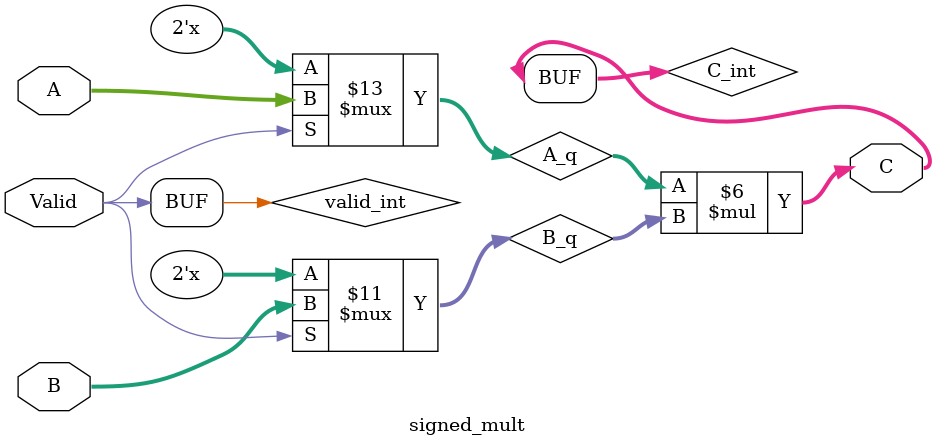
<source format=v>
module LUT1(output O, input I0);
    parameter [1:0] INIT = 0;
    assign O = I0 ? INIT[1] : INIT[0];
endmodule

//               TZ        TSL TAB
module LUT2(output O, input I0, I1);
    parameter [3:0] INIT = 0;
    assign O = INIT[{I1, I0}];
endmodule

// O:  TZ
// I0: TA1 TA2 TB1 TB2
// I1: TSL
// I2: TAB
module LUT3(output O, input I0, I1, I2);
    parameter [7:0] INIT = 0;
    assign O = INIT[{I2, I1, I0}];
endmodule

// O:  CZ
// I0: TA1 TA2 TB1 TB2 BA1 BA2 BB1 BB2
// I1: TSL BSL
// I2: TAB BAB
// I3: TBS
module LUT4(output O, input I0, I1, I2, I3);
    parameter [15:0] INIT = 0;
    assign O = INIT[{I3, I2, I1, I0}];
endmodule

//               FZ       FS
module inv(output Q, input A);
    assign Q = A ? 0 : 1;
endmodule

module buff(output Q, input A);
    assign Q = A;
endmodule

module dff(
    output reg Q,
    input D,
    (* clkbuf_sink *)
    input CLK
);
    parameter [0:0] INIT = 1'b0;
    initial Q = INIT;
	
    always @(posedge CLK)
        Q <= D;
endmodule

module dffc(
    output reg Q,
    input D,
    (* clkbuf_sink *)
    input CLK,
    (* clkbuf_sink *)
    input CLR
);
    parameter [0:0] INIT = 1'b0;
    initial Q = INIT;

    always @(posedge CLK or posedge CLR)
        if (CLR)
            Q <= 1'b0;
        else
            Q <= D;
endmodule

module dffp(
    output reg Q,
    input D,
    (* clkbuf_sink *)
    input CLK,
    (* clkbuf_sink *)
    input PRE
);
    parameter [0:0] INIT = 1'b0;
    initial Q = INIT;

    always @(posedge CLK or posedge PRE)
        if (PRE)
            Q <= 1'b1;
        else
            Q <= D;
endmodule

module dffpc(
    output reg Q,
    input D,
    (* clkbuf_sink *)
    input CLK,
    (* clkbuf_sink *)
    input CLR,
    (* clkbuf_sink *)
    input PRE
);
    parameter [0:0] INIT = 1'b0;
    initial Q = INIT;

    always @(posedge CLK or posedge CLR or posedge PRE)
        if (CLR)
            Q <= 1'b0;
        else if (PRE)
            Q <= 1'b1;
        else
            Q <= D;
endmodule

module dffe(
    output reg Q,
    input D,
    (* clkbuf_sink *)
    input CLK,
    input EN
);
    parameter [0:0] INIT = 1'b0;
    initial Q = INIT;
	
    always @(posedge CLK)
        if (EN)
            Q <= D;
endmodule

module dffec(
    output reg Q,
    input D,
    (* clkbuf_sink *)
    input CLK,
    input EN,
    (* clkbuf_sink *)
    input CLR
);
    parameter [0:0] INIT = 1'b0;
    initial Q = INIT;

    always @(posedge CLK or posedge CLR)
        if (CLR)
            Q <= 1'b0;
        else if (EN)
            Q <= D;
endmodule

module dffepc(
    output reg Q,
    input D,
    (* clkbuf_sink *)
    input CLK,
    input EN,
    (* clkbuf_sink *)
    input CLR,
    (* clkbuf_sink *)
    input PRE
);
    parameter [0:0] INIT = 1'b0;
    initial Q = INIT;

    always @(posedge CLK or posedge CLR or posedge PRE)
        if (CLR)
            Q <= 1'b0;
        else if (PRE)
            Q <= 1'b1;
        else if (EN)
            Q <= D;
endmodule

//FZ       FS F2 (F1 TO 0)
module AND2I0(output Q, input A, B);
    assign Q = A ? B : 0;
endmodule

// FZ       FS F1 F2
module mux2x0(output Q, input S, A, B);
    assign Q = S ? B : A;
endmodule

//FZ       FS F1 F2
module mux2x1(output Q, input S, A, B);
    assign Q = S ? B : A;
endmodule

// TZ       TSL TABTA1TA2TB1TB2 
module mux4x0(output Q, input S0, S1, A, B, C, D);
    assign Q = S1 ? (S0 ? D : C) : (S0 ? B : A);
endmodule

// S0 BSL TSL
// S1 BAB TAB
// S2 TBS
// A TA1
// B TA2
// C TB1
// D TB2
// E BA1
// F BA2
// G BB1
// H BB2
// Q CZ
module mux8x0(output Q, input S0, S1, S2, A, B, C, D, E, F, G, H);
    assign Q = S2 ? (S1 ? (S0 ? H : G) : (S0 ? F : E)) : (S1 ? (S0 ? D : C) : (S0 ? B : A));
endmodule

module inpad(output Q, input P);
    assign Q = P;
endmodule

module outpad(output P, input A);
    assign P = A;
endmodule

module ckpad(output Q, input P);
    assign Q = P;
endmodule

module bipad(input A, input EN, output Q, inout P);
    assign Q = P;
    assign P = EN ? A : 1'bz;
endmodule

module logic_0(output a);
    assign a = 0;
endmodule

module logic_1(output a);
    assign a = 1;
endmodule

module logic_cell_macro(
    input BA1,
    input BA2,
    input BAB,
    input BAS1,
    input BAS2,
    input BB1,
    input BB2,
    input BBS1,
    input BBS2,
    input BSL,
    input F1,
    input F2,
    input FS,
    input QCK,
    input QCKS,
    input QDI,
    input QDS,
    input QEN,
    input QRT,
    input QST,
    input TA1,
    input TA2,
    input TAB,
    input TAS1,
    input TAS2,
    input TB1,
    input TB2,
    input TBS,
    input TBS1,
    input TBS2,
    input TSL,
    output CZ,
    output FZ,
    output QZ,
    output TZ
);

    wire TAP1,TAP2,TBP1,TBP2,BAP1,BAP2,BBP1,BBP2,QCKP,TAI,TBI,BAI,BBI,TZI,BZI,CZI,QZI;
    reg QZ_r;
	
	initial
	begin
		QZ_r=1'b0;
	end

	assign QZ = QZ_r;
    assign TAP1 = TAS1 ? ~TA1 : TA1; 
    assign TAP2 = TAS2 ? ~TA2 : TA2; 
    assign TBP1 = TBS1 ? ~TB1 : TB1; 
    assign TBP2 = TBS2 ? ~TB2 : TB2;
    assign BAP1 = BAS1 ? ~BA1 : BA1;
    assign BAP2 = BAS2 ? ~BA2 : BA2;
    assign BBP1 = BBS1 ? ~BB1 : BB1;
    assign BBP2 = BBS2 ? ~BB2 : BB2;

    assign TAI = TSL ? TAP2 : TAP1;
    assign TBI = TSL ? TBP2 : TBP1;
    assign BAI = BSL ? BAP2 : BAP1;
    assign BBI = BSL ? BBP2 : BBP1;
    assign TZI = TAB ? TBI : TAI;
    assign BZI = BAB ? BBI : BAI;
    assign CZI = TBS ? BZI : TZI;
    assign QZI = QDS ? QDI : CZI ;
    assign FZ = FS ? F2 : F1;
    assign TZ = TZI;
    assign CZ = CZI;
    assign QCKP = QCKS ? QCK : ~QCK;

    always @(posedge QCKP or posedge QRT or posedge QST)
        if (QRT)
            QZ_r <= 1'b0;
        else if (QST)
            QZ_r <= 1'b1;
        else
            QZ_r <= QZI;

endmodule

// BLACK BOXES

`timescale 1ns/10ps
module ahb_gen_bfm       (

                         // AHB Slave Interface to AHB Bus Matrix
                         //
                         A2F_HCLK,
                         A2F_HRESET,

                         A2F_HADDRS,
                         A2F_HSEL,
                         A2F_HTRANSS,
                         A2F_HSIZES,
                         A2F_HWRITES,
                         A2F_HREADYS,
                         A2F_HWDATAS,

                         A2F_HREADYOUTS,
                         A2F_HRESPS,
                         A2F_HRDATAS

			             );
			
//------Port Parameters----------------
//

parameter                ADDRWIDTH                   = 32;
parameter                DATAWIDTH                   = 32;

//
// Define the default address between transfers
//
parameter                DEFAULT_AHB_ADDRESS         = {(ADDRWIDTH){1'b1}};

//
// Define the standard delay from clock
//
parameter                STD_CLK_DLY                 = 2;

//
// Define Debug Message Controls
//
parameter                ENABLE_AHB_REG_WR_DEBUG_MSG = 1'b1;
parameter                ENABLE_AHB_REG_RD_DEBUG_MSG = 1'b1;

//
// Define the size of the message arrays
//
parameter                TEST_MSG_ARRAY_SIZE         = (64 * 8);


//------Port Signals-------------------
//

                         // AHB connection to master
                         //
input                    A2F_HCLK;
input                    A2F_HRESET;

output  [ADDRWIDTH-1:0]  A2F_HADDRS;
output                   A2F_HSEL;
output            [1:0]  A2F_HTRANSS;
output            [2:0]  A2F_HSIZES;
output                   A2F_HWRITES;
output                   A2F_HREADYS;
output  [DATAWIDTH-1:0]  A2F_HWDATAS;

input                    A2F_HREADYOUTS;
input                    A2F_HRESPS;
input   [DATAWIDTH-1:0]  A2F_HRDATAS;


wire                     A2F_HCLK;
wire                     A2F_HRESET;

reg     [ADDRWIDTH-1:0]  A2F_HADDRS;
reg                      A2F_HSEL;
reg               [1:0]  A2F_HTRANSS;
reg               [2:0]  A2F_HSIZES;
reg                      A2F_HWRITES;
reg                      A2F_HREADYS;
reg     [DATAWIDTH-1:0]  A2F_HWDATAS;

wire                     A2F_HREADYOUTS;
wire                     A2F_HRESPS;
wire    [DATAWIDTH-1:0]  A2F_HRDATAS;


//------Define Parameters--------------
//

//
// None at this time
//

//------Internal Signals---------------
//

//	Define internal signals
//
reg	   [TEST_MSG_ARRAY_SIZE-1:0]  ahb_bfm_msg1;  // Bus used for depositing test messages in ASCI
reg	   [TEST_MSG_ARRAY_SIZE-1:0]  ahb_bfm_msg2;  // Bus used for depositing test messages in ASCI
reg	   [TEST_MSG_ARRAY_SIZE-1:0]  ahb_bfm_msg3;  // Bus used for depositing test messages in ASCI
reg	   [TEST_MSG_ARRAY_SIZE-1:0]  ahb_bfm_msg4;  // Bus used for depositing test messages in ASCI
reg    [TEST_MSG_ARRAY_SIZE-1:0]  ahb_bfm_msg5;  // Bus used for depositing test messages in ASCI
reg    [TEST_MSG_ARRAY_SIZE-1:0]  ahb_bfm_msg6;  // Bus used for depositing test messages in ASCI


//------Logic Operations---------------
//

// Define the intial state of key signals
//
initial
begin

    A2F_HADDRS   <=  DEFAULT_AHB_ADDRESS;  // Default Address
    A2F_HSEL     <=  1'b0;                 // Bridge not selected
    A2F_HTRANSS  <=  2'h0;                 // "IDLE" State
    A2F_HSIZES   <=  3'h0;                 // "Byte" Transfer Size
    A2F_HWRITES  <=  1'b0;                 // "Read" operation
    A2F_HREADYS  <=  1'b0;                 // Slave is not ready
    A2F_HWDATAS  <=  {(DATAWIDTH){1'b0}};  // Write Data Value of "0"

	ahb_bfm_msg1 <= "NO ACTIVITY";		// Bus used for depositing test messages in ASCI
	ahb_bfm_msg2 <= "NO ACTIVITY";		// Bus used for depositing test messages in ASCI
	ahb_bfm_msg3 <= "NO ACTIVITY";		// Bus used for depositing test messages in ASCI
	ahb_bfm_msg4 <= "NO ACTIVITY";		// Bus used for depositing test messages in ASCI
    ahb_bfm_msg5 <= "NO ACTIVITY";      // Bus used for depositiog test messages in ASCI
    ahb_bfm_msg6 <= "NO ACTIVITY";      // Bus used for depositiog test messages in ASCI
end


//------Instantiate Modules------------
//

//
// None at this time
//


//------BFM Routines-------------------
//
`ifndef YOSYS
task ahb_read_al4s3b_fabric;
input   [ADDRWIDTH-1:0]	TARGET_ADDRESS;        //        Address to be written on the SPI bus
input             [2:0]	TARGET_XFR_SIZE;       //        Transfer Size for AHB bus
output  [DATAWIDTH-1:0]	TARGET_DATA;           //        Data    to be written on the SPI bus

reg     [DATAWIDTH-1:0]   read_data;

integer i, j, k;

begin
    // Read Command Bit
	//
    @(posedge A2F_HCLK) #STD_CLK_DLY;

	// Issue Diagnostic Messages
	//
	ahb_bfm_msg1  = "AHB Single Read";
	ahb_bfm_msg2  = "Address Phase";
	ahb_bfm_msg3  = "SEQ";

    A2F_HADDRS    =  TARGET_ADDRESS;       // Transfer Address

    // Define the Transfer Request
    //
    // Transfer decode of: A2F_HTRANS[1]  A2F_HTRANS[0]  Description
    //                     -------------  -------------  ------------------------------------
    //                          0             0            IDLE               (No Transfer)
    //                          0             1            BUSY               (No Transfer)
    //                          1             0            NONSEQ             (Do Transfer)
    //                          1             1            SEQ                (Do Transfer)
    //
    // Transfer decode of: A2F_HREADYS                   Description
    //                     -----------                   ------------------------------------
    //                          0                          Slave is not ready (No Transfer)
    //                          1                          Slave is     ready (Do Transfer)
    //
    A2F_HSEL      =  1'b1;                 // Bridge   selected
    A2F_HREADYS   =  1'b1;                 // Slave is ready
    A2F_HTRANSS   =  2'h2;                 // "NONSEQ" State

	//
	// Define "Transfer Size Encoding" is based on the following:
	//
	//       HSIZE[2]  HSIZE[1]  HSIZE[0]  Bits  Description
    //       --------  --------  --------  ----  -----------
	//          0         0         0         8  Byte
	//          0         0         1        16  Halfword
	//          0         1         0        32  Word
	//          0         1         1        64  Doublword
	//          1         0         0       128  4-word line
	//          1         0         1       256  8-word line
	//          1         1         0       512  -
	//          1         1         1      1024  -
	//
	//       The fabric design only supports up to 32 bits at a time.
	//
    A2F_HSIZES    =  TARGET_XFR_SIZE;      // Transfer Size

    A2F_HWRITES   =  1'b0;                 // "Read"  operation
    A2F_HWDATAS   =  {(DATAWIDTH){1'b0}};  // Write Data Value of "0"

    //
    // Wait for next clock to sampe the slave's response
    //
    @(posedge A2F_HCLK) #STD_CLK_DLY;

	ahb_bfm_msg2  = "Data Phase";
	ahb_bfm_msg3  = "IDLE";
	ahb_bfm_msg4  = "Waiting for Slave";

    // Set the next transfer cycle to "IDLE"
    A2F_HADDRS    =  DEFAULT_AHB_ADDRESS;  // Default Address
    A2F_HSEL      =  1'b0;                 // Bridge not selected
    A2F_HTRANSS   =  2'h0;                 // "IDLE" State
    A2F_HSIZES    =  3'h0;                 // "Byte" Transfer Size

    //
    // Check if the slave has returend data
    //
	while (A2F_HREADYOUTS == 1'b0)
    begin
        @(posedge A2F_HCLK) #STD_CLK_DLY;
    end

    A2F_HREADYS   =  1'b0;             // Slave is not ready
    TARGET_DATA   = A2F_HRDATAS;       // Read slave data value

	// Clear Diagnostic Messages
	//
	ahb_bfm_msg1 <= "NO ACTIVITY";
	ahb_bfm_msg2 <= "NO ACTIVITY";
	ahb_bfm_msg3 <= "NO ACTIVITY";
	ahb_bfm_msg4 <= "NO ACTIVITY";
	ahb_bfm_msg5 <= "NO ACTIVITY";
	ahb_bfm_msg6 <= "NO ACTIVITY";

end
endtask


task ahb_write_al4s3b_fabric;
input   [ADDRWIDTH-1:0]	TARGET_ADDRESS;        //        Address to be written on the SPI bus
input             [2:0]	TARGET_XFR_SIZE;       //        Transfer Size for AHB bus
input   [DATAWIDTH-1:0]	TARGET_DATA;           //        Data    to be written on the SPI bus

reg     [DATAWIDTH-1:0]   read_data;

integer i, j, k;

begin
    // Read Command Bit
	//
    @(posedge A2F_HCLK) #STD_CLK_DLY;

	// Issue Diagnostic Messages
	//
	ahb_bfm_msg1  = "AHB Single Write";
	ahb_bfm_msg2  = "Address Phase";
	ahb_bfm_msg3  = "SEQ";

    A2F_HADDRS    =  TARGET_ADDRESS;       // Transfer Address

    // Define the Transfer Request
    //
    // Transfer decode of: A2F_HTRANS[1]  A2F_HTRANS[0]  Description
    //                     -------------  -------------  ------------------------------------
    //                          0             0            IDLE               (No Transfer)
    //                          0             1            BUSY               (No Transfer)
    //                          1             0            NONSEQ             (Do Transfer)
    //                          1             1            SEQ                (Do Transfer)
    //
    // Transfer decode of: A2F_HREADYS                   Description
    //                     -----------                   ------------------------------------
    //                          0                          Slave is not ready (No Transfer)
    //                          1                          Slave is     ready (Do Transfer)
    //
    A2F_HSEL      =  1'b1;                 // Bridge   selected
    A2F_HREADYS   =  1'b1;                 // Slave is ready
    A2F_HTRANSS   =  2'h2;                 // "NONSEQ" State

	//
	// Define "Transfer Size Encoding" is based on the following:
	//
	//       HSIZE[2]  HSIZE[1]  HSIZE[0]  Bits  Description
    //       --------  --------  --------  ----  -----------
	//          0         0         0         8  Byte
	//          0         0         1        16  Halfword
	//          0         1         0        32  Word
	//          0         1         1        64  Doublword
	//          1         0         0       128  4-word line
	//          1         0         1       256  8-word line
	//          1         1         0       512  -
	//          1         1         1      1024  -
	//
	//       The fabric design only supports up to 32 bits at a time.
	//
    A2F_HSIZES    =  TARGET_XFR_SIZE;      // Transfer Size

    A2F_HWRITES   =  1'b1;                 // "Write"  operation
    A2F_HWDATAS   =  {(DATAWIDTH){1'b0}};  // Write Data Value of "0"

    //
    // Wait for next clock to sampe the slave's response
    //
    @(posedge A2F_HCLK) #STD_CLK_DLY;

	ahb_bfm_msg2  = "Data Phase";
	ahb_bfm_msg3  = "IDLE";
	ahb_bfm_msg4  = "Waiting for Slave";

    // Set the next transfer cycle to "IDLE"
    A2F_HADDRS    =  DEFAULT_AHB_ADDRESS;  // Default Address
    A2F_HSEL      =  1'b0;                 // Bridge not selected
    A2F_HTRANSS   =  2'h0;                 // "IDLE" State
    A2F_HSIZES    =  3'h0;                 // "Byte" Transfer Size
    A2F_HWDATAS   =  TARGET_DATA;          // Write From test routine
    A2F_HWRITES   =  1'b0;                 // "Read"  operation

    //
    // Check if the slave has returend data
    //
	while (A2F_HREADYOUTS == 1'b0)
    begin
        @(posedge A2F_HCLK) #STD_CLK_DLY;
    end

    A2F_HREADYS   =  1'b0;             // Slave is not ready
    TARGET_DATA   = A2F_HRDATAS;       // Read slave data value

	// Clear Diagnostic Messages
	//
	ahb_bfm_msg1 <= "NO ACTIVITY";
	ahb_bfm_msg2 <= "NO ACTIVITY";
	ahb_bfm_msg3 <= "NO ACTIVITY";
	ahb_bfm_msg4 <= "NO ACTIVITY";
	ahb_bfm_msg5 <= "NO ACTIVITY";
	ahb_bfm_msg6 <= "NO ACTIVITY";

end
endtask

task ahb_read_word_al4s3b_fabric;
input   [ADDRWIDTH-1:0]	TARGET_ADDRESS;        //        Address to be written on the SPI bus
output  [DATAWIDTH-1:0]	TARGET_DATA;           //        Data    to be written on the SPI bus

reg     [DATAWIDTH-1:0]   read_data;

integer i, j, k;

begin
    // Read Command Bit
	//
	
    wait (A2F_HRESET == 0);
    @(posedge A2F_HCLK) #STD_CLK_DLY;

	// Issue Diagnostic Messages
	//
	ahb_bfm_msg1  = "AHB Single Read";
	ahb_bfm_msg2  = "Address Phase";
	ahb_bfm_msg3  = "SEQ";

    A2F_HADDRS    =  TARGET_ADDRESS;       // Transfer Address

    // Define the Transfer Request
    //
    // Transfer decode of: A2F_HTRANS[1]  A2F_HTRANS[0]  Description
    //                     -------------  -------------  ------------------------------------
    //                          0             0            IDLE               (No Transfer)
    //                          0             1            BUSY               (No Transfer)
    //                          1             0            NONSEQ             (Do Transfer)
    //                          1             1            SEQ                (Do Transfer)
    //
    // Transfer decode of: A2F_HREADYS                   Description
    //                     -----------                   ------------------------------------
    //                          0                          Slave is not ready (No Transfer)
    //                          1                          Slave is     ready (Do Transfer)
    //
    A2F_HSEL      =  1'b1;                 // Bridge   selected
    A2F_HREADYS   =  1'b1;                 // Slave is ready
    A2F_HTRANSS   =  2'h2;                 // "NONSEQ" State

	//
	// Define "Transfer Size Encoding" is based on the following:
	//
	//       HSIZE[2]  HSIZE[1]  HSIZE[0]  Bits  Description
    //       --------  --------  --------  ----  -----------
	//          0         0         0         8  Byte
	//          0         0         1        16  Halfword
	//          0         1         0        32  Word
	//          0         1         1        64  Doublword
	//          1         0         0       128  4-word line
	//          1         0         1       256  8-word line
	//          1         1         0       512  -
	//          1         1         1      1024  -
	//
	//       The fabric design only supports up to 32 bits at a time.
	//
    A2F_HSIZES    =  3'b010;               // Transfer Size

    A2F_HWRITES   =  1'b0;                 // "Read"  operation
    A2F_HWDATAS   =  {(DATAWIDTH){1'b0}};  // Write Data Value of "0"

    //
    // Wait for next clock to sampe the slave's response
    //
    @(posedge A2F_HCLK) #STD_CLK_DLY;

	ahb_bfm_msg2  = "Data Phase";
	ahb_bfm_msg3  = "IDLE";
	ahb_bfm_msg4  = "Waiting for Slave";

    // Set the next transfer cycle to "IDLE"
    A2F_HADDRS    =  DEFAULT_AHB_ADDRESS;  // Default Address
    A2F_HSEL      =  1'b0;                 // Bridge not selected
    A2F_HTRANSS   =  2'h0;                 // "IDLE" State
    A2F_HSIZES    =  3'h0;                 // "Byte" Transfer Size

    //
    // Check if the slave has returend data
    //
	while (A2F_HREADYOUTS == 1'b0)
    begin
        @(posedge A2F_HCLK) #STD_CLK_DLY;
    end

    A2F_HREADYS   =  1'b0;             // Slave is not ready
    TARGET_DATA   = A2F_HRDATAS;       // Read slave data value

	// Clear Diagnostic Messages
	//
	ahb_bfm_msg1 <= "NO ACTIVITY";
	ahb_bfm_msg2 <= "NO ACTIVITY";
	ahb_bfm_msg3 <= "NO ACTIVITY";
	ahb_bfm_msg4 <= "NO ACTIVITY";
	ahb_bfm_msg5 <= "NO ACTIVITY";
	ahb_bfm_msg6 <= "NO ACTIVITY";

end
endtask


task ahb_write_word_al4s3b_fabric;
input   [ADDRWIDTH-1:0]	TARGET_ADDRESS;        //        Address to be written on the SPI bus
input   [DATAWIDTH-1:0]	TARGET_DATA;           //        Data    to be written on the SPI bus

reg     [DATAWIDTH-1:0]   read_data;

integer i, j, k;

begin
    // Read Command Bit
	//
	wait (A2F_HRESET == 0);
	
    @(posedge A2F_HCLK) #STD_CLK_DLY;

	// Issue Diagnostic Messages
	//
	ahb_bfm_msg1  = "AHB Single Write";
	ahb_bfm_msg2  = "Address Phase";
	ahb_bfm_msg3  = "SEQ";

    A2F_HADDRS    =  TARGET_ADDRESS;       // Transfer Address

    // Define the Transfer Request
    //
    // Transfer decode of: A2F_HTRANS[1]  A2F_HTRANS[0]  Description
    //                     -------------  -------------  ------------------------------------
    //                          0             0            IDLE               (No Transfer)
    //                          0             1            BUSY               (No Transfer)
    //                          1             0            NONSEQ             (Do Transfer)
    //                          1             1            SEQ                (Do Transfer)
    //
    // Transfer decode of: A2F_HREADYS                   Description
    //                     -----------                   ------------------------------------
    //                          0                          Slave is not ready (No Transfer)
    //                          1                          Slave is     ready (Do Transfer)
    //
    A2F_HSEL      =  1'b1;                 // Bridge   selected
    A2F_HREADYS   =  1'b1;                 // Slave is ready
    A2F_HTRANSS   =  2'h2;                 // "NONSEQ" State

	//
	// Define "Transfer Size Encoding" is based on the following:
	//
	//       HSIZE[2]  HSIZE[1]  HSIZE[0]  Bits  Description
    //       --------  --------  --------  ----  -----------
	//          0         0         0         8  Byte
	//          0         0         1        16  Halfword
	//          0         1         0        32  Word
	//          0         1         1        64  Doublword
	//          1         0         0       128  4-word line
	//          1         0         1       256  8-word line
	//          1         1         0       512  -
	//          1         1         1      1024  -
	//
	//       The fabric design only supports up to 32 bits at a time.
	//
    A2F_HSIZES    =  3'b010;               // Transfer Size

    A2F_HWRITES   =  1'b1;                 // "Write"  operation
    A2F_HWDATAS   =  {(DATAWIDTH){1'b0}};  // Write Data Value of "0"

    //
    // Wait for next clock to sampe the slave's response
    //
    @(posedge A2F_HCLK) #STD_CLK_DLY;

	ahb_bfm_msg2  = "Data Phase";
	ahb_bfm_msg3  = "IDLE";
	ahb_bfm_msg4  = "Waiting for Slave";

    // Set the next transfer cycle to "IDLE"
    A2F_HADDRS    =  DEFAULT_AHB_ADDRESS;  // Default Address
    A2F_HSEL      =  1'b0;                 // Bridge not selected
    A2F_HTRANSS   =  2'h0;                 // "IDLE" State
    A2F_HSIZES    =  3'h0;                 // "Byte" Transfer Size
    A2F_HWDATAS   =  TARGET_DATA;          // Write From test routine
    A2F_HWRITES   =  1'b0;                 // "Read"  operation

    //
    // Check if the slave has returend data
    //
	while (A2F_HREADYOUTS == 1'b0)
    begin
        @(posedge A2F_HCLK) #STD_CLK_DLY;
    end

    A2F_HREADYS   =  1'b0;             // Slave is not ready
    TARGET_DATA   = A2F_HRDATAS;       // Read slave data value

	// Clear Diagnostic Messages
	//
	ahb_bfm_msg1 <= "NO ACTIVITY";
	ahb_bfm_msg2 <= "NO ACTIVITY";
	ahb_bfm_msg3 <= "NO ACTIVITY";
	ahb_bfm_msg4 <= "NO ACTIVITY";
	ahb_bfm_msg5 <= "NO ACTIVITY";
	ahb_bfm_msg6 <= "NO ACTIVITY";
	
	//$stop();

end
endtask

task ahb_write_al4s3b_fabric_mod;
input   [ADDRWIDTH-1:0]	TARGET_ADDRESS;        //        Address to be written on the SPI bus
input             [2:0]	TARGET_XFR_SIZE;       //        Transfer Size for AHB bus
input   [DATAWIDTH-1:0]	TARGET_DATA;           //        Data    to be written on the SPI bus

reg     [DATAWIDTH-1:0]   read_data;

integer i, j, k;

begin
    // Read Command Bit
	//
    @(posedge A2F_HCLK) #STD_CLK_DLY;

	// Issue Diagnostic Messages
	//
	ahb_bfm_msg1  = "AHB Single Write";
	ahb_bfm_msg2  = "Address Phase";
	ahb_bfm_msg3  = "SEQ";

    //A2F_HADDRS    =  TARGET_ADDRESS;       // Transfer Address
    A2F_HADDRS    =  {TARGET_ADDRESS[ADDRWIDTH-1:11],(TARGET_ADDRESS[10:0] << 2)} ;       // Transfer Address

    // Define the Transfer Request
    //
    // Transfer decode of: A2F_HTRANS[1]  A2F_HTRANS[0]  Description
    //                     -------------  -------------  ------------------------------------
    //                          0             0            IDLE               (No Transfer)
    //                          0             1            BUSY               (No Transfer)
    //                          1             0            NONSEQ             (Do Transfer)
    //                          1             1            SEQ                (Do Transfer)
    //
    // Transfer decode of: A2F_HREADYS                   Description
    //                     -----------                   ------------------------------------
    //                          0                          Slave is not ready (No Transfer)
    //                          1                          Slave is     ready (Do Transfer)
    //
    A2F_HSEL      =  1'b1;                 // Bridge   selected
    A2F_HREADYS   =  1'b1;                 // Slave is ready
    A2F_HTRANSS   =  2'h2;                 // "NONSEQ" State

	//
	// Define "Transfer Size Encoding" is based on the following:
	//
	//       HSIZE[2]  HSIZE[1]  HSIZE[0]  Bits  Description
    //       --------  --------  --------  ----  -----------
	//          0         0         0         8  Byte
	//          0         0         1        16  Halfword
	//          0         1         0        32  Word
	//          0         1         1        64  Doublword
	//          1         0         0       128  4-word line
	//          1         0         1       256  8-word line
	//          1         1         0       512  -
	//          1         1         1      1024  -
	//
	//       The fabric design only supports up to 32 bits at a time.
	//
    A2F_HSIZES    =  TARGET_XFR_SIZE;      // Transfer Size

    A2F_HWRITES   =  1'b1;                 // "Write"  operation
    A2F_HWDATAS   =  {(DATAWIDTH){1'b0}};  // Write Data Value of "0"

    //
    // Wait for next clock to sampe the slave's response
    //
    @(posedge A2F_HCLK) #STD_CLK_DLY;

	ahb_bfm_msg2  = "Data Phase";
	ahb_bfm_msg3  = "IDLE";
	ahb_bfm_msg4  = "Waiting for Slave";

    // Set the next transfer cycle to "IDLE"
    A2F_HADDRS    =  DEFAULT_AHB_ADDRESS;  // Default Address
    A2F_HSEL      =  1'b0;                 // Bridge not selected
    A2F_HTRANSS   =  2'h0;                 // "IDLE" State
    A2F_HSIZES    =  3'h0;                 // "Byte" Transfer Size
    A2F_HWDATAS   =  TARGET_DATA;          // Write From test routine
    A2F_HWRITES   =  1'b0;                 // "Read"  operation

    //
    // Check if the slave has returend data
    //
	while (A2F_HREADYOUTS == 1'b0)
    begin
        @(posedge A2F_HCLK) #STD_CLK_DLY;
    end

    A2F_HREADYS   =  1'b0;             // Slave is not ready
    TARGET_DATA   = A2F_HRDATAS;       // Read slave data value

	// Clear Diagnostic Messages
	//
	ahb_bfm_msg1 <= "NO ACTIVITY";
	ahb_bfm_msg2 <= "NO ACTIVITY";
	ahb_bfm_msg3 <= "NO ACTIVITY";
	ahb_bfm_msg4 <= "NO ACTIVITY";
	ahb_bfm_msg5 <= "NO ACTIVITY";
	ahb_bfm_msg6 <= "NO ACTIVITY";

end
endtask


task ahb_read_al4s3b_fabric_mod;
input   [ADDRWIDTH-1:0]	TARGET_ADDRESS;        //        Address to be written on the SPI bus
input             [2:0]	TARGET_XFR_SIZE;       //        Transfer Size for AHB bus
output  [DATAWIDTH-1:0]	TARGET_DATA;           //        Data    to be written on the SPI bus

reg     [DATAWIDTH-1:0]   read_data;

integer i, j, k;

begin
    // Read Command Bit
	//
    @(posedge A2F_HCLK) #STD_CLK_DLY;

	// Issue Diagnostic Messages
	//
	ahb_bfm_msg1  = "AHB Single Read";
	ahb_bfm_msg2  = "Address Phase";
	ahb_bfm_msg3  = "SEQ";

    //A2F_HADDRS    =  TARGET_ADDRESS;       // Transfer Address
    A2F_HADDRS    =  {TARGET_ADDRESS[ADDRWIDTH-1:11],(TARGET_ADDRESS[10:0] << 2)} ;       // Transfer Address

    // Define the Transfer Request
    //
    // Transfer decode of: A2F_HTRANS[1]  A2F_HTRANS[0]  Description
    //                     -------------  -------------  ------------------------------------
    //                          0             0            IDLE               (No Transfer)
    //                          0             1            BUSY               (No Transfer)
    //                          1             0            NONSEQ             (Do Transfer)
    //                          1             1            SEQ                (Do Transfer)
    //
    // Transfer decode of: A2F_HREADYS                   Description
    //                     -----------                   ------------------------------------
    //                          0                          Slave is not ready (No Transfer)
    //                          1                          Slave is     ready (Do Transfer)
    //
    A2F_HSEL      =  1'b1;                 // Bridge   selected
    A2F_HREADYS   =  1'b1;                 // Slave is ready
    A2F_HTRANSS   =  2'h2;                 // "NONSEQ" State

	//
	// Define "Transfer Size Encoding" is based on the following:
	//
	//       HSIZE[2]  HSIZE[1]  HSIZE[0]  Bits  Description
    //       --------  --------  --------  ----  -----------
	//          0         0         0         8  Byte
	//          0         0         1        16  Halfword
	//          0         1         0        32  Word
	//          0         1         1        64  Doublword
	//          1         0         0       128  4-word line
	//          1         0         1       256  8-word line
	//          1         1         0       512  -
	//          1         1         1      1024  -
	//
	//       The fabric design only supports up to 32 bits at a time.
	//
    A2F_HSIZES    =  TARGET_XFR_SIZE;      // Transfer Size

    A2F_HWRITES   =  1'b0;                 // "Read"  operation
    A2F_HWDATAS   =  {(DATAWIDTH){1'b0}};  // Write Data Value of "0"

    //
    // Wait for next clock to sampe the slave's response
    //
    @(posedge A2F_HCLK) #STD_CLK_DLY;

	ahb_bfm_msg2  = "Data Phase";
	ahb_bfm_msg3  = "IDLE";
	ahb_bfm_msg4  = "Waiting for Slave";

    // Set the next transfer cycle to "IDLE"
    A2F_HADDRS    =  DEFAULT_AHB_ADDRESS;  // Default Address
    A2F_HSEL      =  1'b0;                 // Bridge not selected
    A2F_HTRANSS   =  2'h0;                 // "IDLE" State
    A2F_HSIZES    =  3'h0;                 // "Byte" Transfer Size

    //
    // Check if the slave has returend data
    //
	while (A2F_HREADYOUTS == 1'b0)
    begin
        @(posedge A2F_HCLK) #STD_CLK_DLY;
    end

    A2F_HREADYS   =  1'b0;             // Slave is not ready
    TARGET_DATA   = A2F_HRDATAS;       // Read slave data value

	// Clear Diagnostic Messages
	//
	ahb_bfm_msg1 <= "NO ACTIVITY";
	ahb_bfm_msg2 <= "NO ACTIVITY";
	ahb_bfm_msg3 <= "NO ACTIVITY";
	ahb_bfm_msg4 <= "NO ACTIVITY";
	ahb_bfm_msg5 <= "NO ACTIVITY";
	ahb_bfm_msg6 <= "NO ACTIVITY";

end
endtask
`endif

endmodule

`timescale 1ns/10ps

module	oscillator_s1 
		(

		OSC_CLK_EN,
		OSC_CLK

		);

//	Define the oscillator's frequency
//
//	Note:	The parameter above assumes that values are calculated in units of nS.
//
parameter 		T_CYCLE_CLK = (1000.0/19.2);

input			OSC_CLK_EN;
output			OSC_CLK;

wire			OSC_CLK_EN;
wire			OSC_CLK;

reg				osc_int_clk;

//	Define the output enable
//
assign	OSC_CLK = OSC_CLK_EN ? osc_int_clk : 1'bZ;

// Define the clock oscillator section
//
initial
begin
	osc_int_clk	= 0;	// Intialize the clock at time 0ns.
`ifndef YOSYS
	forever				// Generate a clock with an expected frequency.
	begin
		#(T_CYCLE_CLK/2) osc_int_clk = 1;
		#(T_CYCLE_CLK/2) osc_int_clk = 0;
	end 
`endif
end

endmodule

`timescale 1ns/10ps

module sdma_bfm       (

                         // SDMA Interface Signals
                         //
						sdma_req_i,
						sdma_sreq_i,
						sdma_done_o,
						sdma_active_o

			             );
						 
input    [3:0]  	sdma_req_i;											 
input    [3:0]  	sdma_sreq_i;												 
output   [3:0]  	sdma_done_o;						
output   [3:0]  	sdma_active_o;	

reg [3:0] sdma_done_sig;
reg [3:0] sdma_active_sig;

assign sdma_done_o 		= sdma_done_sig;
assign sdma_active_o 	= sdma_active_sig;

initial 
begin
sdma_done_sig 	<= 4'h0;
sdma_active_sig <= 4'h0;

end

`ifndef YOSYS
task drive_dma_active;
input [3:0] dma_active_i;
begin
    sdma_active_sig <= dma_active_i;
	#100;
	//sdma_active_sig <= 4'h0;
 
end
endtask
`endif
endmodule					

`timescale 1ns / 10ps
module ahb2fb_asynbrig_if (

                           A2F_HCLK,       // clock
                           A2F_HRESET,     // reset

                           // AHB connection to master
                           //
                           A2F_HSEL,
                           A2F_HADDRS,
                           A2F_HTRANSS,
                           A2F_HSIZES,
                           A2F_HWRITES,
                           A2F_HREADYS,

                           A2F_HREADYOUTS,
                           A2F_HRESPS,

                           // Fabric Interface
                           //
                           AHB_ASYNC_ADDR_O,
                           AHB_ASYNC_READ_EN_O,
                           AHB_ASYNC_WRITE_EN_O,
                           AHB_ASYNC_BYTE_STROBE_O,

                           AHB_ASYNC_STB_TOGGLE_O,

                           FABRIC_ASYNC_ACK_TOGGLE_I

					       );


    //-----Port Parameters-----------------
    //

    parameter    DATAWIDTH              = 32;
	parameter    APERWIDTH              = 17;

	parameter    STATE_WIDTH            = 1;

	parameter    AHB_ASYNC_IDLE         = 0;
	parameter    AHB_ASYNC_WAIT         = 1;


    //-----Port Signals--------------------
    //


    //------------------------------------------
    // AHB connection to master
    //
    input                    A2F_HCLK;       // clock
    input                    A2F_HRESET;     // reset

    input    [APERWIDTH-1:0] A2F_HADDRS;
    input                    A2F_HSEL;
    input              [1:0] A2F_HTRANSS;
    input              [2:0] A2F_HSIZES;
    input                    A2F_HWRITES;
    input                    A2F_HREADYS;

    output                   A2F_HREADYOUTS;
    output                   A2F_HRESPS;


    //------------------------------------------
    // Fabric Interface
    //
    output   [APERWIDTH-1:0] AHB_ASYNC_ADDR_O;
    output                   AHB_ASYNC_READ_EN_O;
    output                   AHB_ASYNC_WRITE_EN_O;
    output             [3:0] AHB_ASYNC_BYTE_STROBE_O;

    output                   AHB_ASYNC_STB_TOGGLE_O;

    input                    FABRIC_ASYNC_ACK_TOGGLE_I;


    //------------------------------------------
    // AHB connection to master
    //
    wire                     A2F_HCLK;       // clock
    wire                     A2F_HRESET;     // reset

    wire     [APERWIDTH-1:0] A2F_HADDRS;
    wire                     A2F_HSEL;
    wire               [1:0] A2F_HTRANSS;
    wire               [2:0] A2F_HSIZES;
    wire                     A2F_HWRITES;
    wire                     A2F_HREADYS;

    reg                      A2F_HREADYOUTS;
    reg                      A2F_HREADYOUTS_nxt;

    wire                     A2F_HRESPS;


    //------------------------------------------
    // Fabric Interface
    //
    reg      [APERWIDTH-1:0] AHB_ASYNC_ADDR_O;
    reg                      AHB_ASYNC_READ_EN_O;
    reg                      AHB_ASYNC_WRITE_EN_O;

    reg                [3:0] AHB_ASYNC_BYTE_STROBE_O;
    reg                [3:0] AHB_ASYNC_BYTE_STROBE_O_nxt;



    reg                      AHB_ASYNC_STB_TOGGLE_O;
    reg                      AHB_ASYNC_STB_TOGGLE_O_nxt;

    wire                     FABRIC_ASYNC_ACK_TOGGLE_I;


    //------Define Parameters---------
    //

    //
    // None at this time
    //

	
    //-----Internal Signals--------------------
    //

    wire                     trans_req;          // transfer request 

	reg    [STATE_WIDTH-1:0] ahb_to_fabric_state;
	reg    [STATE_WIDTH-1:0] ahb_to_fabric_state_nxt;

    reg                      fabric_async_ack_toggle_i_1ff;
    reg                      fabric_async_ack_toggle_i_2ff;
    reg                      fabric_async_ack_toggle_i_3ff;

    wire                     fabric_async_ack;

    //------Logic Operations----------
    //


    // Define the Transfer Request
    //
    // Transfer decode of: A2F_HTRANS[1]  A2F_HTRANS[0]  Description
    //                     -------------  -------------  ------------------------------------
    //                          0             0            IDLE               (No Transfer)
    //                          0             1            BUSY               (No Transfer)
    //                          1             0            NONSEQ             (Do Transfer)
    //                          1             1            SEQ                (Do Transfer)
    //
    // Transfer decode of: A2F_HREADYS                   Description
    //                     -----------                   ------------------------------------
    //                          0                          Slave is not ready (No Transfer)
    //                          1                          Slave is     ready (Do Transfer)
    //
    assign trans_req        =   A2F_HSEL
	                        &   A2F_HREADYS 
						    &   A2F_HTRANSS[1]; // transfer request issued only in SEQ and NONSEQ status and slave is
                                                // selected and last transfer finish


    // Check for acknowldge from the fabric
    //
    // Note: The fabric is on a different and potentially asynchronous clock.
    //       Therefore, acknowledge is passed as a toggle signal.
    //
    assign fabric_async_ack = fabric_async_ack_toggle_i_2ff ^ fabric_async_ack_toggle_i_3ff;


    // Issue transfer status
    //
    // Note: All transfers are considered to have completed successfully.
    //
    assign A2F_HRESPS       = 1'b0;  // OKAY response from slave


    // Address signal registering, to make the address and data active at the same cycle
    //
    always @(posedge A2F_HCLK or posedge A2F_HRESET)
    begin
        if (A2F_HRESET)
        begin
	       ahb_to_fabric_state           <=   AHB_ASYNC_IDLE;

           AHB_ASYNC_ADDR_O              <=   {(APERWIDTH){1'b0}}; //default address 0 is selected
           AHB_ASYNC_READ_EN_O           <=   1'b0;
           AHB_ASYNC_WRITE_EN_O          <=   1'b0;
           AHB_ASYNC_BYTE_STROBE_O       <=   4'b0;

           AHB_ASYNC_STB_TOGGLE_O        <=   1'b0;

           fabric_async_ack_toggle_i_1ff <=   1'b0;
           fabric_async_ack_toggle_i_2ff <=   1'b0;
           fabric_async_ack_toggle_i_3ff <=   1'b0;

           A2F_HREADYOUTS                <=   1'b0;
        end
        else 
        begin
	       ahb_to_fabric_state           <=   ahb_to_fabric_state_nxt;

           if (trans_req)
           begin
               AHB_ASYNC_ADDR_O          <=   A2F_HADDRS[APERWIDTH-1:0];
               AHB_ASYNC_READ_EN_O       <=  ~A2F_HWRITES ;
               AHB_ASYNC_WRITE_EN_O      <=   A2F_HWRITES ;
               AHB_ASYNC_BYTE_STROBE_O   <=   AHB_ASYNC_BYTE_STROBE_O_nxt;
		   end

           AHB_ASYNC_STB_TOGGLE_O        <=   AHB_ASYNC_STB_TOGGLE_O_nxt;

           fabric_async_ack_toggle_i_1ff <=   FABRIC_ASYNC_ACK_TOGGLE_I;
           fabric_async_ack_toggle_i_2ff <=   fabric_async_ack_toggle_i_1ff;
           fabric_async_ack_toggle_i_3ff <=   fabric_async_ack_toggle_i_2ff;

           A2F_HREADYOUTS                <=   A2F_HREADYOUTS_nxt;
        end
    end


    // Byte Strobe Signal Decode
	//
	// Note: The "Transfer Size Encoding" is defined as follows:
	//
	//       HSIZE[2]  HSIZE[1]  HSIZE[0]  Bits  Description
    //       --------  --------  --------  ----  -----------
	//          0         0         0         8  Byte
	//          0         0         1        16  Halfword
	//          0         1         0        32  Word
	//          0         1         1        64  Doublword
	//          1         0         0       128  4-word line
	//          1         0         1       256  8-word line
	//          1         1         0       512  -
	//          1         1         1      1024  -
	//
	//       The fabric design only supports up to 32 bits at a time.
	//
    always @(A2F_HSIZES or A2F_HADDRS)
    begin
        case(A2F_HSIZES)
        3'b000:                                  //byte
        begin
           case(A2F_HADDRS[1:0])
           2'b00:    AHB_ASYNC_BYTE_STROBE_O_nxt <= 4'b0001;
           2'b01:    AHB_ASYNC_BYTE_STROBE_O_nxt <= 4'b0010;
           2'b10:    AHB_ASYNC_BYTE_STROBE_O_nxt <= 4'b0100;
           2'b11:    AHB_ASYNC_BYTE_STROBE_O_nxt <= 4'b1000;
           default:  AHB_ASYNC_BYTE_STROBE_O_nxt <= 4'b0000;
           endcase
        end
        3'b001:                                  //half word
        begin
            case(A2F_HADDRS[1])
            1'b0:    AHB_ASYNC_BYTE_STROBE_O_nxt <= 4'b0011;
            1'b1:    AHB_ASYNC_BYTE_STROBE_O_nxt <= 4'b1100;
            default: AHB_ASYNC_BYTE_STROBE_O_nxt <= 4'b0000;
	        endcase
        end
        default:     AHB_ASYNC_BYTE_STROBE_O_nxt <= 4'b1111; // default 32 bits, word
        endcase
    end


    // Define the AHB Interface Statemachine
    //
    always @(
            trans_req              or
            fabric_async_ack       or
            AHB_ASYNC_STB_TOGGLE_O or
            ahb_to_fabric_state
    )
    begin
	    case(ahb_to_fabric_state)
	    AHB_ASYNC_IDLE:
        begin
            case(trans_req)
            1'b0:  // Wait for an AHB Transfer
            begin
	            ahb_to_fabric_state_nxt    <=  AHB_ASYNC_IDLE;
                A2F_HREADYOUTS_nxt         <=  1'b1;
                AHB_ASYNC_STB_TOGGLE_O_nxt <=  AHB_ASYNC_STB_TOGGLE_O;
            end 
            1'b1:  // AHB Transfer Detected
            begin
	            ahb_to_fabric_state_nxt    <=  AHB_ASYNC_WAIT;
                A2F_HREADYOUTS_nxt         <=  1'b0;
                AHB_ASYNC_STB_TOGGLE_O_nxt <= ~AHB_ASYNC_STB_TOGGLE_O;
            end 
            endcase
        end
	    AHB_ASYNC_WAIT:
        begin
            AHB_ASYNC_STB_TOGGLE_O_nxt     <=  AHB_ASYNC_STB_TOGGLE_O;

            case(fabric_async_ack)
            1'b0:  // Wait for Acknowledge from Fabric Interface
            begin
	            ahb_to_fabric_state_nxt    <=  AHB_ASYNC_WAIT;
                A2F_HREADYOUTS_nxt         <=  1'b0;
            end 
            1'b1:  // Received Acknowledge from Fabric Interface
            begin
	            ahb_to_fabric_state_nxt    <=  AHB_ASYNC_IDLE;
                A2F_HREADYOUTS_nxt         <=  1'b1;
            end 
            endcase
        end
        default:        
        begin
	        ahb_to_fabric_state_nxt        <=  AHB_ASYNC_IDLE;
            A2F_HREADYOUTS_nxt             <=  1'b0;
            AHB_ASYNC_STB_TOGGLE_O_nxt     <=  AHB_ASYNC_STB_TOGGLE_O;
        end
        endcase
    end
    
endmodule

`timescale 1ns / 10ps

module fb2ahb_asynbrig_if (

                           A2F_HRDATAS,

                           // AHB Interface
                           //
                           AHB_ASYNC_READ_EN_I,
                           AHB_ASYNC_WRITE_EN_I,
                           AHB_ASYNC_BYTE_STROBE_I,

                           AHB_ASYNC_STB_TOGGLE_I,

                           // Fabric Interface
                           //
                           WB_CLK_I,
                           WB_RST_I,
                           WB_ACK_I,
                           WB_DAT_I,
    
                           WB_CYC_O,
                           WB_BYTE_STB_O,
                           WB_WE_O,
                           WB_RD_O,
                           WB_STB_O,

                           FABRIC_ASYNC_ACK_TOGGLE_O

					       );


    //-----Port Parameters-----------------
    //

    parameter    DATAWIDTH              = 32;

	parameter    STATE_WIDTH            = 1;

	parameter    FAB_ASYNC_IDLE         = 0;
	parameter    FAB_ASYNC_WAIT         = 1;


    //-----Port Signals--------------------
    //


    //------------------------------------------
    // AHB connection to master
    //
    output   [DATAWIDTH-1:0] A2F_HRDATAS;


    //------------------------------------------
    // Fabric Interface
    //
    input                    AHB_ASYNC_READ_EN_I;
    input                    AHB_ASYNC_WRITE_EN_I;
    input              [3:0] AHB_ASYNC_BYTE_STROBE_I;

    input                    AHB_ASYNC_STB_TOGGLE_I;


    input                    WB_CLK_I;
    input                    WB_RST_I;
    input                    WB_ACK_I;
    input    [DATAWIDTH-1:0] WB_DAT_I;
    
    output                   WB_CYC_O;
    output             [3:0] WB_BYTE_STB_O;
    output                   WB_WE_O;
    output                   WB_RD_O;
    output                   WB_STB_O;

    output                   FABRIC_ASYNC_ACK_TOGGLE_O;


    //------------------------------------------
    // AHB connection to master
    //

    reg      [DATAWIDTH-1:0] A2F_HRDATAS;
    reg      [DATAWIDTH-1:0] A2F_HRDATAS_nxt;


    //------------------------------------------
    // Fabric Interface
    //
    wire                     AHB_ASYNC_READ_EN_I;
    wire                     AHB_ASYNC_WRITE_EN_I;

    wire               [3:0] AHB_ASYNC_BYTE_STROBE_I;

    wire                     AHB_ASYNC_STB_TOGGLE_I;


    wire                     WB_CLK_I;
    wire                     WB_RST_I;
    wire                     WB_ACK_I;
    
    reg                      WB_CYC_O;
    reg                      WB_CYC_O_nxt;

    reg                [3:0] WB_BYTE_STB_O;
    reg                [3:0] WB_BYTE_STB_O_nxt;

    reg                      WB_WE_O;
    reg                      WB_WE_O_nxt;

    reg                      WB_RD_O;
    reg                      WB_RD_O_nxt;

    reg                      WB_STB_O;
    reg                      WB_STB_O_nxt;

    reg                      FABRIC_ASYNC_ACK_TOGGLE_O;
    reg                      FABRIC_ASYNC_ACK_TOGGLE_O_nxt;


    //------Define Parameters---------
    //

    //
    // None at this time
    //

	
    //-----Internal Signals--------------------
    //

	reg    [STATE_WIDTH-1:0] fabric_to_ahb_state;
	reg    [STATE_WIDTH-1:0] fabric_to_ahb_state_nxt;

    reg                      ahb_async_stb_toggle_i_1ff;
    reg                      ahb_async_stb_toggle_i_2ff;
    reg                      ahb_async_stb_toggle_i_3ff;

    wire                     ahb_async_stb;


    //------Logic Operations----------
    //


    // Check for transfer from the AHB
    //
    // Note: The AHB is on a different and potentially asynchronous clock.
    //       Therefore, strobe is passed as a toggle signal.
    //
    assign ahb_async_stb = ahb_async_stb_toggle_i_2ff ^ ahb_async_stb_toggle_i_3ff;


    // Address signal registering, to make the address and data active at the same cycle
    //
    always @(posedge WB_CLK_I or posedge WB_RST_I)
    begin
        if (WB_RST_I)
        begin
	        fabric_to_ahb_state         <= FAB_ASYNC_IDLE;

            A2F_HRDATAS                 <= {(DATAWIDTH){1'b0}};

            WB_CYC_O                    <= 1'b0;
            WB_BYTE_STB_O               <= 4'b0;
            WB_WE_O                     <= 1'b0;
            WB_RD_O                     <= 1'b0;
            WB_STB_O                    <= 1'b0;

            FABRIC_ASYNC_ACK_TOGGLE_O   <= 1'b0;

            ahb_async_stb_toggle_i_1ff  <= 1'b0;
            ahb_async_stb_toggle_i_2ff  <= 1'b0;
            ahb_async_stb_toggle_i_3ff  <= 1'b0;

        end
        else 
        begin

	        fabric_to_ahb_state         <=  fabric_to_ahb_state_nxt;

            A2F_HRDATAS                 <=  A2F_HRDATAS_nxt;

            WB_CYC_O                    <=  WB_CYC_O_nxt;
            WB_BYTE_STB_O               <=  WB_BYTE_STB_O_nxt;
            WB_WE_O                     <=  WB_WE_O_nxt;
            WB_RD_O                     <=  WB_RD_O_nxt;
            WB_STB_O                    <=  WB_STB_O_nxt;

            FABRIC_ASYNC_ACK_TOGGLE_O   <=  FABRIC_ASYNC_ACK_TOGGLE_O_nxt;

            ahb_async_stb_toggle_i_1ff  <=  AHB_ASYNC_STB_TOGGLE_I;
            ahb_async_stb_toggle_i_2ff  <=  ahb_async_stb_toggle_i_1ff;
            ahb_async_stb_toggle_i_3ff  <=  ahb_async_stb_toggle_i_2ff;

        end
    end


    // Define the Fabric Interface Statemachine
    //
    always @(
            ahb_async_stb             or
            AHB_ASYNC_READ_EN_I       or
            AHB_ASYNC_WRITE_EN_I      or
            AHB_ASYNC_BYTE_STROBE_I   or
            A2F_HRDATAS               or
            WB_ACK_I                  or
            WB_DAT_I                  or
            WB_CYC_O                  or
            WB_BYTE_STB_O             or
            WB_WE_O                   or
            WB_RD_O                   or
            WB_STB_O                  or
            FABRIC_ASYNC_ACK_TOGGLE_O or
            fabric_to_ahb_state
    )
    begin
	    case(fabric_to_ahb_state)
	    FAB_ASYNC_IDLE:
        begin
            FABRIC_ASYNC_ACK_TOGGLE_O_nxt     <=  FABRIC_ASYNC_ACK_TOGGLE_O;
            A2F_HRDATAS_nxt                   <=  A2F_HRDATAS;

            case(ahb_async_stb)
            1'b0:  // Wait for an AHB Transfer
            begin
	            fabric_to_ahb_state_nxt       <=  FAB_ASYNC_IDLE;

                WB_CYC_O_nxt                  <=  1'b0;
                WB_BYTE_STB_O_nxt             <=  4'b0;
                WB_WE_O_nxt                   <=  1'b0;
                WB_RD_O_nxt                   <=  1'b0;
                WB_STB_O_nxt                  <=  1'b0;

            end 
            1'b1:  // AHB Transfer Detected
            begin
	            fabric_to_ahb_state_nxt       <=  FAB_ASYNC_WAIT;

                WB_CYC_O_nxt                  <=  1'b1;
                WB_BYTE_STB_O_nxt             <=  AHB_ASYNC_BYTE_STROBE_I;
                WB_WE_O_nxt                   <=  AHB_ASYNC_WRITE_EN_I;
                WB_RD_O_nxt                   <=  AHB_ASYNC_READ_EN_I;
                WB_STB_O_nxt                  <=  1'b1;

            end 
            endcase
        end
	    FAB_ASYNC_WAIT:
        begin

            case(WB_ACK_I)
            1'b0:  // Wait for Acknowledge from Fabric Interface
            begin
	            fabric_to_ahb_state_nxt       <=  FAB_ASYNC_WAIT;

                A2F_HRDATAS_nxt               <=  A2F_HRDATAS;

                WB_CYC_O_nxt                  <=  WB_CYC_O;
                WB_BYTE_STB_O_nxt             <=  WB_BYTE_STB_O;
                WB_WE_O_nxt                   <=  WB_WE_O;
                WB_RD_O_nxt                   <=  WB_RD_O;
                WB_STB_O_nxt                  <=  WB_STB_O;

                FABRIC_ASYNC_ACK_TOGGLE_O_nxt <=  FABRIC_ASYNC_ACK_TOGGLE_O;
            end 
            1'b1:  // Received Acknowledge from Fabric Interface
            begin
	            fabric_to_ahb_state_nxt       <=  FAB_ASYNC_IDLE;

                A2F_HRDATAS_nxt               <=  WB_DAT_I;

                WB_CYC_O_nxt                  <=  1'b0;
                WB_BYTE_STB_O_nxt             <=  4'b0;
                WB_WE_O_nxt                   <=  1'b0;
                WB_RD_O_nxt                   <=  1'b0;
                WB_STB_O_nxt                  <=  1'b0;

                FABRIC_ASYNC_ACK_TOGGLE_O_nxt <= ~FABRIC_ASYNC_ACK_TOGGLE_O;
            end 
            endcase
        end
        default:        
        begin
	        fabric_to_ahb_state_nxt           <=  FAB_ASYNC_IDLE;

            A2F_HRDATAS_nxt                   <=  A2F_HRDATAS;

            WB_CYC_O_nxt                      <=  1'b0;
            WB_BYTE_STB_O_nxt                 <=  4'b0;
            WB_WE_O_nxt                       <=  1'b0;
            WB_RD_O_nxt                       <=  1'b0;
            WB_STB_O_nxt                      <=  1'b0;

            FABRIC_ASYNC_ACK_TOGGLE_O_nxt     <=  FABRIC_ASYNC_ACK_TOGGLE_O;
        end
        endcase
    end
    
endmodule

`timescale 1ns / 10ps

module ahb2fb_asynbrig (

                           // AHB Slave Interface to AHB Bus Matrix
                           //
                           A2F_HCLK,
                           A2F_HRESET,

                           A2F_HADDRS,
                           A2F_HSEL,
                           A2F_HTRANSS,
                           A2F_HSIZES,
                           A2F_HWRITES,
                           A2F_HREADYS,
                           A2F_HWDATAS,

                           A2F_HREADYOUTS,
                           A2F_HRESPS,
                           A2F_HRDATAS,

                           // Fabric Wishbone Bus
                           //
                           WB_CLK_I,
                           WB_RST_I,
                           WB_DAT_I,
                           WB_ACK_I,

                           WB_ADR_O,
                           WB_CYC_O,
                           WB_BYTE_STB_O,
                           WB_WE_O,
                           WB_RD_O,
                           WB_STB_O,
                           WB_DAT_O

				         );


    //-----Port Parameters-----------------
    //

    parameter    ADDRWIDTH              = 32;
    parameter    DATAWIDTH              = 32;
	parameter    APERWIDTH              = 17;


    //-----Port Signals--------------------
    //

    input                    A2F_HCLK;       // Clock
    input                    A2F_HRESET;     // Reset

    // AHB connection to master
	//
    input    [ADDRWIDTH-1:0] A2F_HADDRS;
    input                    A2F_HSEL;
    input              [1:0] A2F_HTRANSS;
    input              [2:0] A2F_HSIZES;
    input                    A2F_HWRITES;
    input                    A2F_HREADYS;
    input    [DATAWIDTH-1:0] A2F_HWDATAS;

    output                   A2F_HREADYOUTS;
    output                   A2F_HRESPS;
    output   [DATAWIDTH-1:0] A2F_HRDATAS;

    // Wishbone connection to Fabric IP
    //
    input                    WB_CLK_I;        // Fabric Clock Input         from Fabric
    input                    WB_RST_I;        // Fabric Reset Input         from Fabric
    input    [DATAWIDTH-1:0] WB_DAT_I;        // Read Data Bus              from Fabric
    input                    WB_ACK_I;        // Transfer Cycle Acknowledge from Fabric
    
    output   [APERWIDTH-1:0] WB_ADR_O;        // Address Bus                to   Fabric
    output                   WB_CYC_O;        // Cycle Chip Select          to   Fabric
    output             [3:0] WB_BYTE_STB_O;   // Byte Select                to   Fabric
    output                   WB_WE_O;         // Write Enable               to   Fabric
    output                   WB_RD_O;         // Read  Enable               to   Fabric
    output                   WB_STB_O;        // Strobe Signal              to   Fabric
    output   [DATAWIDTH-1:0] WB_DAT_O;        // Write Data Bus             to   Fabric


    wire                     A2F_HCLK;       // Clock
    wire                     A2F_HRESET;     // Reset

    // AHB connection to master
	//
    wire     [ADDRWIDTH-1:0] A2F_HADDRS;
    wire                     A2F_HSEL;
    wire               [1:0] A2F_HTRANSS;
    wire               [2:0] A2F_HSIZES;
    wire                     A2F_HWRITES;
    wire                     A2F_HREADYS;
    wire     [DATAWIDTH-1:0] A2F_HWDATAS;

    wire                     A2F_HREADYOUTS;
    wire                     A2F_HRESPS;
    wire     [DATAWIDTH-1:0] A2F_HRDATAS;


    // Wishbone connection to Fabric IP
    //
    wire                     WB_CLK_I;        // Fabric Clock Input         from Fabric
    wire                     WB_RST_I;        // Fabric Reset Input         from Fabric
    wire     [DATAWIDTH-1:0] WB_DAT_I;        // Read Data Bus              from Fabric
    wire                     WB_ACK_I;        // Transfer Cycle Acknowledge from Fabric
    
    wire     [APERWIDTH-1:0] WB_ADR_O;        // Address Bus (128KB)        to   Fabric
    wire                     WB_CYC_O;        // Cycle Chip Select          to   Fabric
    wire               [3:0] WB_BYTE_STB_O;   // Byte Select                to   Fabric
    wire                     WB_WE_O;         // Write Enable               to   Fabric
    wire                     WB_RD_O;         // Read  Enable               to   Fabric
    wire                     WB_STB_O;        // Strobe Signal              to   Fabric
    wire     [DATAWIDTH-1:0] WB_DAT_O;        // Write Data Bus             to   Fabric



    //------Define Parameters---------
    //

    //
    // None at this time
    //

	
    //-----Internal Signals--------------------
    //

    // Register module interface signals
    wire     [APERWIDTH-1:0] ahb_async_addr;
    wire                     ahb_async_read_en;
    wire                     ahb_async_write_en;
    wire               [3:0] ahb_async_byte_strobe;

    wire                     ahb_async_stb_toggle;

    wire                     fabric_async_ack_toggle;


    //------Logic Operations----------
    //

    // Define the data input from the AHB and output to the fabric
    //
    // Note: Due to the nature of the bus timing, there is no need to register
    //       this value locally.
    //
    assign WB_DAT_O    =  A2F_HWDATAS;

    // Define the Address bus output from the AHB and output to the fabric
    //
    // Note: Due to the nature of the bus timing, there is no need to register
    //       this value locally.
    //
    assign WB_ADR_O    =  ahb_async_addr;


    //------Instantiate Modules----------------
    //

    // Interface block to convert AHB transfers to simple read/write
    // controls.
	ahb2fb_asynbrig_if         
	                                   #(

      .DATAWIDTH                        ( DATAWIDTH                           ),
      .APERWIDTH                        ( APERWIDTH                           )

                                        )
      u_FFE_ahb_to_fabric_async_bridge_interface         
                                        (
      .A2F_HCLK                         ( A2F_HCLK                            ),
      .A2F_HRESET                       ( A2F_HRESET                          ),

      // Input slave port: 32 bit data bus interface
      .A2F_HSEL                         ( A2F_HSEL                            ),
      .A2F_HADDRS                       ( A2F_HADDRS[APERWIDTH-1:0]           ),
      .A2F_HTRANSS                      ( A2F_HTRANSS                         ),
      .A2F_HSIZES                       ( A2F_HSIZES                          ),
      .A2F_HWRITES                      ( A2F_HWRITES                         ),
      .A2F_HREADYS                      ( A2F_HREADYS                         ),

      .A2F_HREADYOUTS                   ( A2F_HREADYOUTS                      ),
      .A2F_HRESPS                       ( A2F_HRESPS                          ),

      // Register interface
      .AHB_ASYNC_ADDR_O                 ( ahb_async_addr                      ),
      .AHB_ASYNC_READ_EN_O              ( ahb_async_read_en                   ),
      .AHB_ASYNC_WRITE_EN_O             ( ahb_async_write_en                  ),
      .AHB_ASYNC_BYTE_STROBE_O          ( ahb_async_byte_strobe               ),
      .AHB_ASYNC_STB_TOGGLE_O           ( ahb_async_stb_toggle                ),

	  .FABRIC_ASYNC_ACK_TOGGLE_I        (fabric_async_ack_toggle              )

      );


    fb2ahb_asynbrig_if         
//                                     #(
//                                      )

      u_FFE_fabric_to_ahb_async_bridge_interface         
                                        (
      .A2F_HRDATAS                      ( A2F_HRDATAS                         ),

      .AHB_ASYNC_READ_EN_I              ( ahb_async_read_en                   ),
      .AHB_ASYNC_WRITE_EN_I             ( ahb_async_write_en                  ),
      .AHB_ASYNC_BYTE_STROBE_I          ( ahb_async_byte_strobe               ),
      .AHB_ASYNC_STB_TOGGLE_I           ( ahb_async_stb_toggle                ),

      .WB_CLK_I                         ( WB_CLK_I                            ), // Fabric Clock Input         from Fabric
      .WB_RST_I                         ( WB_RST_I                            ), // Fabric Reset Input         from Fabric
      .WB_ACK_I                         ( WB_ACK_I                            ), // Transfer Cycle Acknowledge from Fabric
      .WB_DAT_I                         ( WB_DAT_I                            ), // Data Bus Input             from Fabric
    
      .WB_CYC_O                         ( WB_CYC_O                            ), // Cycle Chip Select          to   Fabric
      .WB_BYTE_STB_O                    ( WB_BYTE_STB_O                       ), // Byte Select                to   Fabric
      .WB_WE_O                          ( WB_WE_O                             ), // Write Enable               to   Fabric
      .WB_RD_O                          ( WB_RD_O                             ), // Read  Enable               to   Fabric
      .WB_STB_O                         ( WB_STB_O                            ), // Strobe Signal              to   Fabric

	  .FABRIC_ASYNC_ACK_TOGGLE_O        (fabric_async_ack_toggle              )

      );
endmodule


`timescale 1ns/10ps
module qlal4s3b_cell_macro_bfm (

                // AHB-To-Fabric Bridge
                //
                WBs_ADR,
                WBs_CYC,
                WBs_BYTE_STB,
                WBs_WE,
                WBs_RD, 
                WBs_STB,
                WBs_WR_DAT,
                WB_CLK,
                WB_RST,
                WBs_RD_DAT,
                WBs_ACK,
                //
                // SDMA Signals
                //
                SDMA_Req,
                SDMA_Sreq,
                SDMA_Done,
                SDMA_Active,
                //
                // FB Interrupts
                //
                FB_msg_out,
                FB_Int_Clr,
                FB_Start,
                FB_Busy,
                //
                // FB Clocks
                //
                Sys_Clk0,
                Sys_Clk0_Rst,
                Sys_Clk1,
                Sys_Clk1_Rst,
                //
                // Packet FIFO
                //
                Sys_PKfb_Clk,
                Sys_PKfb_Rst,
                FB_PKfbData,
                FB_PKfbPush,
                FB_PKfbSOF,
                FB_PKfbEOF,
                FB_PKfbOverflow,
                //
                // Sensor Interface
                //
                Sensor_Int,
                TimeStamp,
                //
                // SPI Master APB Bus
                //
                Sys_Pclk,
                Sys_Pclk_Rst,
                Sys_PSel,
                SPIm_Paddr,
                SPIm_PEnable,
                SPIm_PWrite,
                SPIm_PWdata,
                SPIm_Prdata,
                SPIm_PReady,
                SPIm_PSlvErr,
                //
                // Misc
                //
                Device_ID,
                //
                // FBIO Signals
                //
                FBIO_In,
                FBIO_In_En,
                FBIO_Out,
                FBIO_Out_En,
                //
                // ???
                //
                SFBIO,
                Device_ID_6S,
                Device_ID_4S,
                SPIm_PWdata_26S,
                SPIm_PWdata_24S,
                SPIm_PWdata_14S,
                SPIm_PWdata_11S,
                SPIm_PWdata_0S,
                SPIm_Paddr_8S,
                SPIm_Paddr_6S,
                FB_PKfbPush_1S,
                FB_PKfbData_31S,
                FB_PKfbData_21S,
                FB_PKfbData_19S,
                FB_PKfbData_9S,
                FB_PKfbData_6S,
                Sys_PKfb_ClkS,
                FB_BusyS,
                WB_CLKS
                );
//------Port Parameters----------------
//

//
// None at this time
//

//------Port Signals-------------------
//

                //
                // AHB-To-Fabric Bridge
                //
output  [16:0]  WBs_ADR;
output          WBs_CYC;
output   [3:0]  WBs_BYTE_STB;
output          WBs_WE;
output          WBs_RD;
output          WBs_STB;
output  [31:0]  WBs_WR_DAT;
input           WB_CLK;
output          WB_RST;
input   [31:0]  WBs_RD_DAT;
input           WBs_ACK;
                //
                // SDMA Signals
                //
input    [3:0]  SDMA_Req;
input    [3:0]  SDMA_Sreq;
output   [3:0]  SDMA_Done;
output   [3:0]  SDMA_Active;
                //
                // FB Interrupts
                //
input    [3:0]  FB_msg_out;
input    [7:0]  FB_Int_Clr;
output          FB_Start;
input           FB_Busy;
                //
                // FB Clocks
                //
output          Sys_Clk0;
output          Sys_Clk0_Rst;
output          Sys_Clk1;
output          Sys_Clk1_Rst;
                //
                // Packet FIFO
                //
input           Sys_PKfb_Clk;
output          Sys_PKfb_Rst;
input   [31:0]  FB_PKfbData;
input    [3:0]  FB_PKfbPush;
input           FB_PKfbSOF;
input           FB_PKfbEOF;
output          FB_PKfbOverflow;
                //
                // Sensor Interface
                //
output   [7:0]  Sensor_Int;
output  [23:0]  TimeStamp;
                //
                // SPI Master APB Bus
                //
output          Sys_Pclk;
output          Sys_Pclk_Rst;
input           Sys_PSel;
input   [15:0]  SPIm_Paddr;
input           SPIm_PEnable;
input           SPIm_PWrite;
input   [31:0]  SPIm_PWdata;
output  [31:0]  SPIm_Prdata;
output          SPIm_PReady;
output          SPIm_PSlvErr;
                //
                // Misc
                //
input   [15:0]  Device_ID;
                //
                // FBIO Signals
                //
output  [13:0]  FBIO_In;
input   [13:0]  FBIO_In_En;
input   [13:0]  FBIO_Out;
input   [13:0]  FBIO_Out_En;
                //
                // ???
                //
inout   [13:0]  SFBIO;
input           Device_ID_6S; 
input           Device_ID_4S; 
input           SPIm_PWdata_26S; 
input           SPIm_PWdata_24S;  
input           SPIm_PWdata_14S; 
input           SPIm_PWdata_11S; 
input           SPIm_PWdata_0S; 
input           SPIm_Paddr_8S; 
input           SPIm_Paddr_6S; 
input           FB_PKfbPush_1S; 
input           FB_PKfbData_31S; 
input           FB_PKfbData_21S;
input           FB_PKfbData_19S;
input           FB_PKfbData_9S;
input           FB_PKfbData_6S;
input           Sys_PKfb_ClkS;
input           FB_BusyS;
input           WB_CLKS;


wire    [16:0]  WBs_ADR;
wire            WBs_CYC;
wire     [3:0]  WBs_BYTE_STB;
wire            WBs_WE;
wire            WBs_RD;
wire            WBs_STB;
wire    [31:0]  WBs_WR_DAT;
wire            WB_CLK;
reg             WB_RST;
wire    [31:0]  WBs_RD_DAT;
wire            WBs_ACK;

wire     [3:0]  SDMA_Req;
wire     [3:0]  SDMA_Sreq;
//reg      [3:0]  SDMA_Done;//SDMA BFM
//reg      [3:0]  SDMA_Active;//SDMA BFM
wire      [3:0]  SDMA_Done;
wire      [3:0]  SDMA_Active;

wire     [3:0]  FB_msg_out;
wire     [7:0]  FB_Int_Clr;
reg             FB_Start;
wire            FB_Busy;

wire            Sys_Clk0;
reg             Sys_Clk0_Rst;
wire            Sys_Clk1;
reg             Sys_Clk1_Rst;

wire            Sys_PKfb_Clk;
reg             Sys_PKfb_Rst;
wire    [31:0]  FB_PKfbData;
wire     [3:0]  FB_PKfbPush;
wire            FB_PKfbSOF;
wire            FB_PKfbEOF;
reg             FB_PKfbOverflow;

reg      [7:0]  Sensor_Int;
reg     [23:0]  TimeStamp;

reg             Sys_Pclk;
reg             Sys_Pclk_Rst;
wire            Sys_PSel;

wire    [15:0]  SPIm_Paddr;
wire            SPIm_PEnable;
wire            SPIm_PWrite;
wire    [31:0]  SPIm_PWdata;
reg     [31:0]  SPIm_Prdata;
reg             SPIm_PReady;
reg             SPIm_PSlvErr;

wire    [15:0]  Device_ID;

reg     [13:0]  FBIO_In;
wire    [13:0]  FBIO_In_En;
wire    [13:0]  FBIO_Out;
wire    [13:0]  FBIO_Out_En;

wire    [13:0]  SFBIO;
wire            Device_ID_6S; 
wire            Device_ID_4S; 

wire            SPIm_PWdata_26S; 
wire            SPIm_PWdata_24S;  
wire            SPIm_PWdata_14S; 
wire            SPIm_PWdata_11S; 
wire            SPIm_PWdata_0S; 
wire            SPIm_Paddr_8S; 
wire            SPIm_Paddr_6S; 

wire            FB_PKfbPush_1S; 
wire            FB_PKfbData_31S; 
wire            FB_PKfbData_21S;
wire            FB_PKfbData_19S;
wire            FB_PKfbData_9S;
wire            FB_PKfbData_6S;
wire            Sys_PKfb_ClkS;

wire            FB_BusyS;
wire            WB_CLKS;


//------Define Parameters--------------
//

parameter       ADDRWIDTH                   = 32;
parameter       DATAWIDTH                   = 32;
parameter       APERWIDTH                   = 17;

parameter       ENABLE_AHB_REG_WR_DEBUG_MSG = 1'b1;
parameter       ENABLE_AHB_REG_RD_DEBUG_MSG = 1'b1; 

parameter       T_CYCLE_CLK_SYS_CLK0        = 200;//230;//ACSLIPTEST-230;//100;//180;//(1000.0/(80.0/16)) ; // Default EOS S3B Clock Rate
parameter       T_CYCLE_CLK_SYS_CLK1        = 650;//3906;//650;////83.33;//250;//30517;//(1000.0/(80.0/16)) ; // Default EOS S3B Clock Rate
parameter       T_CYCLE_CLK_A2F_HCLK        = (1000.0/(80.0/12)) ; // Default EOS S3B Clock Rate

parameter       SYS_CLK0_RESET_LOOP         = 5;//4.34;//5;
parameter       SYS_CLK1_RESET_LOOP         = 5;
parameter       WB_CLK_RESET_LOOP           = 5;
parameter       A2F_HCLK_RESET_LOOP         = 5;


//------Internal Signals---------------
//

integer         Sys_Clk0_Reset_Loop_Cnt;
integer         Sys_Clk1_Reset_Loop_Cnt;
integer         WB_CLK_Reset_Loop_Cnt;
integer         A2F_HCLK_Reset_Loop_Cnt;


wire            A2F_HCLK;
reg             A2F_HRESET;

wire    [31:0]  A2F_HADDRS;
wire            A2F_HSEL;
wire     [1:0]  A2F_HTRANSS;
wire     [2:0]  A2F_HSIZES;
wire            A2F_HWRITES;
wire            A2F_HREADYS;
wire    [31:0]  A2F_HWDATAS;

wire            A2F_HREADYOUTS;
wire            A2F_HRESPS;
wire    [31:0]  A2F_HRDATAS;


//------Logic Operations---------------
//

// Apply Reset to Sys_Clk0 domain
//
initial
begin

    Sys_Clk0_Rst  <= 1'b1;
`ifndef YOSYS
    for (Sys_Clk0_Reset_Loop_Cnt = 0; 
	     Sys_Clk0_Reset_Loop_Cnt < SYS_CLK0_RESET_LOOP; 
         Sys_Clk0_Reset_Loop_Cnt = Sys_Clk0_Reset_Loop_Cnt + 1)
    begin
        wait (Sys_Clk0 == 1'b1) #1;
        wait (Sys_Clk0 == 1'b0) #1;
    end

    wait (Sys_Clk0 == 1'b1) #1;
`endif
    Sys_Clk0_Rst  <= 1'b0;

end

// Apply Reset to Sys_Clk1 domain
//
initial
begin

    Sys_Clk1_Rst  <= 1'b1;
`ifndef YOSYS
    for (Sys_Clk1_Reset_Loop_Cnt = 0; 
	     Sys_Clk1_Reset_Loop_Cnt < SYS_CLK1_RESET_LOOP; 
         Sys_Clk1_Reset_Loop_Cnt = Sys_Clk1_Reset_Loop_Cnt + 1)
    begin
        wait (Sys_Clk1 == 1'b1) #1;
        wait (Sys_Clk1 == 1'b0) #1;
    end

    wait (Sys_Clk1 == 1'b1) #1;
`endif
    Sys_Clk1_Rst  <= 1'b0;

end

// Apply Reset to the Wishbone domain
//
// Note: In the ASSP, this reset is distict from the reset domains for Sys_Clk[1:0].
//
initial
begin

    WB_RST  <= 1'b1;
`ifndef YOSYS
    for (WB_CLK_Reset_Loop_Cnt = 0; 
	     WB_CLK_Reset_Loop_Cnt < WB_CLK_RESET_LOOP; 
         WB_CLK_Reset_Loop_Cnt = WB_CLK_Reset_Loop_Cnt + 1)
    begin
        wait (WB_CLK == 1'b1) #1;
        wait (WB_CLK == 1'b0) #1;
    end

    wait (WB_CLK == 1'b1) #1;
`endif
    WB_RST  <= 1'b0;

end

// Apply Reset to the AHB Bus domain
//
// Note: The AHB bus clock domain is separate from the Sys_Clk[1:0] domains
initial
begin

    A2F_HRESET  <= 1'b1;
`ifndef YOSYS
    for (A2F_HCLK_Reset_Loop_Cnt = 0; 
	     A2F_HCLK_Reset_Loop_Cnt < A2F_HCLK_RESET_LOOP; 
         A2F_HCLK_Reset_Loop_Cnt = A2F_HCLK_Reset_Loop_Cnt + 1)
    begin
        wait (A2F_HCLK == 1'b1) #1;
        wait (A2F_HCLK == 1'b0) #1;
    end

    wait (A2F_HCLK == 1'b1) #1;
`endif
    A2F_HRESET  <= 1'b0;

end

// Initialize all outputs
//
// Note: These may be replaced in the future by BFMs as the become available.
//
//       These registers allow test bench routines to drive these signals as needed.
//
initial
begin

    //
    // SDMA Signals
    //
    //SDMA_Done       <=  4'h0;//Added SDMA BFM
   // SDMA_Active     <=  4'h0;//Added SDMA BFM
  
    //
    // FB Interrupts
    //
    FB_Start        <=  1'b0;

    //
    // Packet FIFO
    //
    Sys_PKfb_Rst    <=  1'b0;
    FB_PKfbOverflow <=  1'b0;

    //
    // Sensor Interface
    //
    Sensor_Int      <=  8'h0;
    TimeStamp       <= 24'h0;

    //
    // SPI Master APB Bus
    //
    Sys_Pclk        <=  1'b0;
    Sys_Pclk_Rst    <=  1'b0;

    SPIm_Prdata     <= 32'h0;
    SPIm_PReady     <=  1'b0;
    SPIm_PSlvErr    <=  1'b0;

    //
    // FBIO Signals
    //
    FBIO_In         <= 14'h0;

end


//------Instantiate Modules------------
//

ahb2fb_asynbrig 
                                #(
    .ADDRWIDTH                   ( ADDRWIDTH                   ),
    .DATAWIDTH                   ( DATAWIDTH                   ),
	.APERWIDTH                   ( APERWIDTH                   )
	                             )
    u_ffe_ahb_to_fabric_async_bridge 
                                 (
    // AHB Slave Interface to AHB Bus Matrix
    //
    .A2F_HCLK                    ( A2F_HCLK                    ),
    .A2F_HRESET                  ( A2F_HRESET                  ),

    .A2F_HADDRS                  ( A2F_HADDRS                  ),
    .A2F_HSEL                    ( A2F_HSEL                    ),
    .A2F_HTRANSS                 ( A2F_HTRANSS                 ),
    .A2F_HSIZES                  ( A2F_HSIZES                  ),
    .A2F_HWRITES                 ( A2F_HWRITES                 ),
    .A2F_HREADYS                 ( A2F_HREADYS                 ),
    .A2F_HWDATAS                 ( A2F_HWDATAS                 ),

    .A2F_HREADYOUTS              ( A2F_HREADYOUTS              ),
    .A2F_HRESPS                  ( A2F_HRESPS                  ),
    .A2F_HRDATAS                 ( A2F_HRDATAS                 ),

    // Fabric Wishbone Bus
    //
    .WB_CLK_I                    ( WB_CLK                      ),
    .WB_RST_I                    ( WB_RST                      ),
    .WB_DAT_I                    ( WBs_RD_DAT                  ),
    .WB_ACK_I                    ( WBs_ACK                     ),

    .WB_ADR_O                    ( WBs_ADR                     ),
    .WB_CYC_O                    ( WBs_CYC                     ),
    .WB_BYTE_STB_O               ( WBs_BYTE_STB                ),
    .WB_WE_O                     ( WBs_WE                      ),
    .WB_RD_O                     ( WBs_RD                      ),
    .WB_STB_O                    ( WBs_STB                     ),
    .WB_DAT_O                    ( WBs_WR_DAT                  )

    );


ahb_gen_bfm
                                #(
    .ADDRWIDTH                   ( ADDRWIDTH                   ),
    .DATAWIDTH                   ( DATAWIDTH                   ),
	.DEFAULT_AHB_ADDRESS         ( {(ADDRWIDTH){1'b1}}         ),
	.STD_CLK_DLY                 ( 2                           ),
    .ENABLE_AHB_REG_WR_DEBUG_MSG ( ENABLE_AHB_REG_WR_DEBUG_MSG ),
    .ENABLE_AHB_REG_RD_DEBUG_MSG ( ENABLE_AHB_REG_RD_DEBUG_MSG )
                                 )
    u_ahb_gen_bfm
                                 (
    // AHB Slave Interface to AHB Bus Matrix
    //
    .A2F_HCLK                    ( A2F_HCLK                    ),
    .A2F_HRESET                  ( A2F_HRESET                  ),

    .A2F_HADDRS                  ( A2F_HADDRS                  ),
    .A2F_HSEL                    ( A2F_HSEL                    ),
    .A2F_HTRANSS                 ( A2F_HTRANSS                 ),
    .A2F_HSIZES                  ( A2F_HSIZES                  ),
    .A2F_HWRITES                 ( A2F_HWRITES                 ),
    .A2F_HREADYS                 ( A2F_HREADYS                 ),
    .A2F_HWDATAS                 ( A2F_HWDATAS                 ),

    .A2F_HREADYOUTS              ( A2F_HREADYOUTS              ),
    .A2F_HRESPS                  ( A2F_HRESPS                  ),
    .A2F_HRDATAS                 ( A2F_HRDATAS                 )

    );

// Define the clock cycle times.
//
// Note:    Values are calculated to output in units of nS.
//
oscillator_s1 #(.T_CYCLE_CLK (T_CYCLE_CLK_SYS_CLK0)) u_osc_sys_clk0   (.OSC_CLK_EN (1'b1), .OSC_CLK (Sys_Clk0));
oscillator_s1 #(.T_CYCLE_CLK (T_CYCLE_CLK_SYS_CLK1)) u_osc_sys_clk1   (.OSC_CLK_EN (1'b1), .OSC_CLK (Sys_Clk1));
oscillator_s1 #(.T_CYCLE_CLK (T_CYCLE_CLK_A2F_HCLK)) u_osc_a2f_hclk   (.OSC_CLK_EN (1'b1), .OSC_CLK (A2F_HCLK));


//SDMA bfm
sdma_bfm sdma_bfm_inst0 (
							.sdma_req_i			( SDMA_Req),
                            .sdma_sreq_i		( SDMA_Sreq),
                            .sdma_done_o		( SDMA_Done),
                            .sdma_active_o		( SDMA_Active)
						);



endmodule /* qlal4s3b_cell_macro_bfm*/

(* blackbox *)
(* keep *)
module qlal4s3b_cell_macro(
    input	WB_CLK,
    input	WBs_ACK,
    input	[31:0]WBs_RD_DAT,
    output	[3:0]WBs_BYTE_STB,
    output	WBs_CYC,
    output	WBs_WE,
    output	WBs_RD,
    output	WBs_STB,
    output	[16:0]WBs_ADR,
    input	[3:0]SDMA_Req,
    input	[3:0]SDMA_Sreq,
    output	[3:0]SDMA_Done,
    output	[3:0]SDMA_Active,
    input	[3:0]FB_msg_out,
    input	[7:0]FB_Int_Clr,
    output	FB_Start,
    input	FB_Busy,
    output	WB_RST,
    output	Sys_PKfb_Rst,
    output	Sys_Clk0,
    output	Sys_Clk0_Rst,
    output	Sys_Clk1,
    output	Sys_Clk1_Rst,
    output	Sys_Pclk,
    output	Sys_Pclk_Rst,
    input	Sys_PKfb_Clk,
    input	[31:0]FB_PKfbData,
    output	[31:0]WBs_WR_DAT,
    input	[3:0]FB_PKfbPush,
    input	FB_PKfbSOF,
    input	FB_PKfbEOF,
    output	[7:0]Sensor_Int,
    output	FB_PKfbOverflow,
    output	[23:0]TimeStamp,
    input	Sys_PSel,
    input	[15:0]SPIm_Paddr,
    input	SPIm_PEnable,
    input	SPIm_PWrite,
    input	[31:0]SPIm_PWdata,
    output	SPIm_PReady,
    output	SPIm_PSlvErr,
    output	[31:0]SPIm_Prdata,
    input	[15:0]Device_ID,
    input	[13:0]FBIO_In_En,
    input	[13:0]FBIO_Out,
    input	[13:0]FBIO_Out_En,
    output	[13:0]FBIO_In,
    inout 	[13:0]SFBIO,
    input   Device_ID_6S,
    input   Device_ID_4S,
    input   SPIm_PWdata_26S,
    input   SPIm_PWdata_24S,
    input   SPIm_PWdata_14S,
    input   SPIm_PWdata_11S,
    input   SPIm_PWdata_0S,
    input   SPIm_Paddr_8S,
    input   SPIm_Paddr_6S,
    input   FB_PKfbPush_1S,
    input   FB_PKfbData_31S,
    input   FB_PKfbData_21S,
    input   FB_PKfbData_19S,
    input   FB_PKfbData_9S,
    input   FB_PKfbData_6S,
    input   Sys_PKfb_ClkS,
    input   FB_BusyS,
    input   WB_CLKS);
	
	
qlal4s3b_cell_macro_bfm	 u_ASSP_bfm_inst(
		.WBs_ADR     (WBs_ADR),
        .WBs_CYC     (WBs_CYC),
        .WBs_BYTE_STB(WBs_BYTE_STB),
        .WBs_WE      (WBs_WE),
        .WBs_RD      (WBs_RD), 
        .WBs_STB     (WBs_STB),
        .WBs_WR_DAT  (WBs_WR_DAT),
        .WB_CLK      (WB_CLK),
        .WB_RST      (WB_RST),
        .WBs_RD_DAT  (WBs_RD_DAT),
        .WBs_ACK     (WBs_ACK),
        //
        // SDMA Signals
        //
        .SDMA_Req     (SDMA_Req),
        .SDMA_Sreq    (SDMA_Sreq),
        .SDMA_Done    (SDMA_Done),
        .SDMA_Active  (SDMA_Active),
        //
        // FB Interrupts
        //
        .FB_msg_out    (FB_msg_out),
        .FB_Int_Clr    (FB_Int_Clr),
        .FB_Start      (FB_Start),
        .FB_Busy       (FB_Busy),
        //
        // FB Clocks
        //
        .Sys_Clk0      (Sys_Clk0),
        .Sys_Clk0_Rst  (Sys_Clk0_Rst),
        .Sys_Clk1      (Sys_Clk1),
        .Sys_Clk1_Rst  (Sys_Clk1_Rst),
        //
        // Packet FIFO
        //
        .Sys_PKfb_Clk     (Sys_PKfb_Clk),
        .Sys_PKfb_Rst     (Sys_PKfb_Rst),
        .FB_PKfbData      (FB_PKfbData),
        .FB_PKfbPush      (FB_PKfbPush),
        .FB_PKfbSOF       (FB_PKfbSOF),
        .FB_PKfbEOF       (FB_PKfbEOF),
        .FB_PKfbOverflow  (FB_PKfbOverflow),
        //
        // Sensor Interface
        //
        .Sensor_Int       (Sensor_Int),
        .TimeStamp        (TimeStamp),
        //
        // SPI Master APB Bus
        //
        .Sys_Pclk        (Sys_Pclk),
        .Sys_Pclk_Rst    (Sys_Pclk_Rst),
        .Sys_PSel        (Sys_PSel),
        .SPIm_Paddr      (SPIm_Paddr),
        .SPIm_PEnable    (SPIm_PEnable),
        .SPIm_PWrite     (SPIm_PWrite),
        .SPIm_PWdata     (SPIm_PWdata),
        .SPIm_Prdata     (SPIm_Prdata),
        .SPIm_PReady     (SPIm_PReady),
        .SPIm_PSlvErr    (SPIm_PSlvErr),
        //
        // Misc
        //
        .Device_ID		 (Device_ID),
        //
        // FBIO Signals
        //
        .FBIO_In         (FBIO_In),
        .FBIO_In_En      (FBIO_In_En),
        .FBIO_Out        (FBIO_Out),
        .FBIO_Out_En     (FBIO_Out_En),
        //
        // ???
        //
        .SFBIO              (SFBIO),
        .Device_ID_6S       (Device_ID_6S),
        .Device_ID_4S       (Device_ID_4S),
        .SPIm_PWdata_26S    (SPIm_PWdata_26S),
        .SPIm_PWdata_24S    (SPIm_PWdata_24S),
        .SPIm_PWdata_14S    (SPIm_PWdata_14S),
        .SPIm_PWdata_11S    (SPIm_PWdata_11S),
        .SPIm_PWdata_0S     (SPIm_PWdata_0S),
        .SPIm_Paddr_8S      (SPIm_Paddr_8S),
        .SPIm_Paddr_6S      (SPIm_Paddr_6S),
        .FB_PKfbPush_1S     (FB_PKfbPush_1S),
        .FB_PKfbData_31S    (FB_PKfbData_31S),
        .FB_PKfbData_21S    (FB_PKfbData_21S),
        .FB_PKfbData_19S    (FB_PKfbData_19S),
        .FB_PKfbData_9S     (FB_PKfbData_9S),
        .FB_PKfbData_6S     (FB_PKfbData_6S),
        .Sys_PKfb_ClkS      (Sys_PKfb_ClkS),
        .FB_BusyS           (FB_BusyS),
        .WB_CLKS            (WB_CLKS)
		);

endmodule /* qlal4s3b_cell_macro */

(* blackbox *)
module gclkbuff (input A, output Z);

assign Z = A;

endmodule

`timescale 1ns/10ps
module fifo_controller_model(
	 Rst_n,
	 Push_Clk,
	 Pop_Clk,
	
	 Fifo_Push,
	 Fifo_Push_Flush,
	 Fifo_Full,
	 Fifo_Full_Usr,
	
	 Fifo_Pop,
	 Fifo_Pop_Flush,
	 Fifo_Empty,
	 Fifo_Empty_Usr,
	
	 Write_Addr,
	
	 Read_Addr,
	 												 
	 //	 Static Control Signals
	 Fifo_Ram_Mode,
	 Fifo_Sync_Mode,
	 Fifo_Push_Width,
	 Fifo_Pop_Width
	  );

	

  //************* PPII 4K Parameters **************************//
	
  parameter MAX_PTR_WIDTH   = 12;
  
  parameter DEPTH1 = (1<<(MAX_PTR_WIDTH-3));
  parameter DEPTH2 = (1<<(MAX_PTR_WIDTH-2));
  parameter DEPTH3 = (1<<(MAX_PTR_WIDTH-1));
  
  parameter D1_QTR_A = MAX_PTR_WIDTH - 5;
  parameter D2_QTR_A = MAX_PTR_WIDTH - 4;
  parameter D3_QTR_A = MAX_PTR_WIDTH - 3;

	input	Rst_n;
	input	Push_Clk;
	input	Pop_Clk;
	
	input	Fifo_Push;
	input	Fifo_Push_Flush;
	output	Fifo_Full;
	output	[3:0]  Fifo_Full_Usr;
                            		
	input	Fifo_Pop;
	input	Fifo_Pop_Flush;
	output	Fifo_Empty;
	output	[3:0]  Fifo_Empty_Usr;
	
	output	[MAX_PTR_WIDTH-2:0]  Write_Addr;
	
	output	[MAX_PTR_WIDTH-2:0]  Read_Addr;
		
	input  Fifo_Ram_Mode;
	input  Fifo_Sync_Mode;
	input  [1:0] Fifo_Push_Width;
	input  [1:0] Fifo_Pop_Width;
	
	reg    flush_pop_clk_tf;
	reg    flush_pop2push_clk1;
	reg    flush_push_clk_tf;
	reg    flush_push2pop_clk1;
	reg    pop_local_flush_mask;
	reg    push_flush_tf_pop_clk;
	reg    pop2push_ack1;
	reg    pop2push_ack2;
	reg    push_local_flush_mask;
	reg    pop_flush_tf_push_clk;
	reg    push2pop_ack1;
	reg    push2pop_ack2;
	
	reg    fifo_full_flag_f;
	reg    [3:0]  Fifo_Full_Usr;

	reg    fifo_empty_flag_f;
	reg    [3:0]  Fifo_Empty_Usr;

	reg    [MAX_PTR_WIDTH-1:0]  push_ptr_push_clk;
	reg    [MAX_PTR_WIDTH-1:0]  pop_ptr_push_clk;
	reg    [MAX_PTR_WIDTH-1:0]  pop_ptr_async;	    
	reg    [MAX_PTR_WIDTH-1:0]  pop_ptr_pop_clk ;
	reg    [MAX_PTR_WIDTH-1:0]  push_ptr_pop_clk;
	reg    [MAX_PTR_WIDTH-1:0]  push_ptr_async;

	reg    [1:0]  push_ptr_push_clk_mask;
	reg    [1:0]  pop_ptr_pop_clk_mask;

	reg    [MAX_PTR_WIDTH-1:0]  pop_ptr_push_clk_mux;
	reg    [MAX_PTR_WIDTH-1:0]  push_ptr_pop_clk_mux;

	reg    match_room4none;		
	reg    match_room4one;		
	reg    match_room4half;  	      
	reg    match_room4quart;

	reg    match_all_left;
	reg    match_half_left;
	reg    match_quart_left;

 	reg   [MAX_PTR_WIDTH-1:0]   depth1_reg;
 	reg   [MAX_PTR_WIDTH-1:0]   depth2_reg;
 	reg   [MAX_PTR_WIDTH-1:0]   depth3_reg;
  

	wire	push_clk_rst;
	wire	push_clk_rst_mux;
	wire	push_flush_done;
	wire	pop_clk_rst;
	wire	pop_clk_rst_mux;
	wire	pop_flush_done;

	wire	push_flush_gated;
	wire	pop_flush_gated;
	                          	
	wire	[MAX_PTR_WIDTH-2:0] Write_Addr;
	wire	[MAX_PTR_WIDTH-2:0] Read_Addr;
	
	wire	[MAX_PTR_WIDTH-1:0] push_ptr_push_clk_plus1;
	wire	[MAX_PTR_WIDTH-1:0] next_push_ptr_push_clk;
	wire	[MAX_PTR_WIDTH-1:0] pop_ptr_pop_clk_plus1;
	wire	[MAX_PTR_WIDTH-1:0] next_pop_ptr_pop_clk;
	wire	[MAX_PTR_WIDTH-1:0] next_push_ptr_push_clk_mask;
	wire	[MAX_PTR_WIDTH-1:0] next_pop_ptr_pop_clk_mask;

	wire	[MAX_PTR_WIDTH-1:0] pop_ptr_push_clk_l_shift1;
	wire	[MAX_PTR_WIDTH-1:0] pop_ptr_push_clk_l_shift2;
	wire	[MAX_PTR_WIDTH-1:0] pop_ptr_push_clk_r_shift1;
	wire	[MAX_PTR_WIDTH-1:0] pop_ptr_push_clk_r_shift2;

	wire	[MAX_PTR_WIDTH-1:0] push_ptr_pop_clk_l_shift1;
	wire	[MAX_PTR_WIDTH-1:0] push_ptr_pop_clk_l_shift2;
	wire	[MAX_PTR_WIDTH-1:0] push_ptr_pop_clk_r_shift1;
	wire	[MAX_PTR_WIDTH-1:0] push_ptr_pop_clk_r_shift2;

	wire	[MAX_PTR_WIDTH-1:0] push_diff;
	wire	[MAX_PTR_WIDTH-1:0] push_diff_plus_1;
	wire	[MAX_PTR_WIDTH-1:0] pop_diff;
		
	wire	match_room4all;		
	wire	match_room4eight;	
	
	wire	match_one_left;			
	wire	match_one2eight_left;
	
	integer	depth_sel_push;
	integer depth_sel_pop;

  initial
  begin
    depth1_reg = DEPTH1;
    depth2_reg = DEPTH2;
    depth3_reg = DEPTH3;
  end
	
	initial
	begin
		flush_pop_clk_tf			<= 1'b0;
		push2pop_ack1					<= 1'b0;
		push2pop_ack2					<= 1'b0;
		pop_local_flush_mask	<= 1'b0;
		flush_push2pop_clk1		<= 1'b0;
		push_flush_tf_pop_clk	<= 1'b0;
		flush_push_clk_tf			<= 1'b0;
		pop2push_ack1					<= 1'b0;
		pop2push_ack2					<= 1'b0;
		push_local_flush_mask	<= 1'b0;
		flush_pop2push_clk1		<= 1'b0;
		pop_flush_tf_push_clk	<= 1'b0;
		push_ptr_push_clk			<= 0;
		pop_ptr_push_clk			<= 0;
		pop_ptr_async					<= 0;
		fifo_full_flag_f			<= 0;
		pop_ptr_pop_clk				<= 0;
		push_ptr_pop_clk			<= 0;
		push_ptr_async				<= 0;
		fifo_empty_flag_f			<= 1;
		Fifo_Full_Usr					<= 4'b0001;
		Fifo_Empty_Usr				<= 4'b0000;
	end

	assign	Fifo_Full		= fifo_full_flag_f;
	assign	Fifo_Empty	= fifo_empty_flag_f;

	assign	Write_Addr	= push_ptr_push_clk[MAX_PTR_WIDTH-2:0];
	assign	Read_Addr		= next_pop_ptr_pop_clk[MAX_PTR_WIDTH-2:0];

	assign	push_ptr_push_clk_plus1			= push_ptr_push_clk + 1;
	assign	next_push_ptr_push_clk			= ( Fifo_Push ) ? push_ptr_push_clk_plus1 : push_ptr_push_clk;
	assign	next_push_ptr_push_clk_mask	= { ( push_ptr_push_clk_mask & next_push_ptr_push_clk[MAX_PTR_WIDTH-1:MAX_PTR_WIDTH-2] ), next_push_ptr_push_clk[MAX_PTR_WIDTH-3:0] };	

	assign	pop_ptr_pop_clk_plus1				= pop_ptr_pop_clk + 1;
	assign	next_pop_ptr_pop_clk				= ( Fifo_Pop ) ? pop_ptr_pop_clk_plus1 : pop_ptr_pop_clk;
	assign	next_pop_ptr_pop_clk_mask		= { ( pop_ptr_pop_clk_mask & next_pop_ptr_pop_clk[MAX_PTR_WIDTH-1:MAX_PTR_WIDTH-2] ), next_pop_ptr_pop_clk[MAX_PTR_WIDTH-3:0] };

	assign	pop_ptr_push_clk_l_shift1	= { pop_ptr_push_clk[MAX_PTR_WIDTH-2:0], 1'b0 };
	assign	pop_ptr_push_clk_l_shift2	= { pop_ptr_push_clk[MAX_PTR_WIDTH-3:0], 2'b0 };
	assign	pop_ptr_push_clk_r_shift1	= { 1'b0, pop_ptr_push_clk[MAX_PTR_WIDTH-1:1] };
	assign	pop_ptr_push_clk_r_shift2	= { 2'b0, pop_ptr_push_clk[MAX_PTR_WIDTH-1:2] };

	assign	push_ptr_pop_clk_l_shift1	= { push_ptr_pop_clk[MAX_PTR_WIDTH-2:0], 1'b0 };
	assign	push_ptr_pop_clk_l_shift2	= { push_ptr_pop_clk[MAX_PTR_WIDTH-3:0], 2'b0 };
	assign	push_ptr_pop_clk_r_shift1	= { 1'b0, push_ptr_pop_clk[MAX_PTR_WIDTH-1:1] };
	assign	push_ptr_pop_clk_r_shift2	= { 2'b0, push_ptr_pop_clk[MAX_PTR_WIDTH-1:2] };

	assign	push_diff					= next_push_ptr_push_clk_mask - pop_ptr_push_clk_mux;
	assign	push_diff_plus_1	= push_diff + 1;
	assign	pop_diff					= push_ptr_pop_clk_mux - next_pop_ptr_pop_clk_mask;

	assign	match_room4all		= ~|push_diff;
	assign	match_room4eight	= ( depth_sel_push == 3 ) ? ( push_diff >= DEPTH3-8 ) : ( depth_sel_push == 2 ) ? ( push_diff >= DEPTH2-8 ) : ( push_diff >= DEPTH1-8 );
	
	assign	match_one_left				= ( pop_diff == 1 );
	assign	match_one2eight_left	= ( pop_diff < 8 );

	assign	push_flush_gated	= Fifo_Push_Flush & ~push_local_flush_mask;
	assign	pop_flush_gated		= Fifo_Pop_Flush & ~pop_local_flush_mask;
	
	assign	push_clk_rst	= flush_pop2push_clk1 ^ pop_flush_tf_push_clk;
	assign	pop_clk_rst		= flush_push2pop_clk1 ^ push_flush_tf_pop_clk;
	
	assign	pop_flush_done	= push2pop_ack1 ^ push2pop_ack2;
	assign	push_flush_done	= pop2push_ack1 ^ pop2push_ack2;
	
	assign	push_clk_rst_mux	= ( Fifo_Sync_Mode ) ? ( Fifo_Push_Flush | Fifo_Pop_Flush ) : ( push_flush_gated | push_clk_rst );
	assign	pop_clk_rst_mux		= ( Fifo_Sync_Mode ) ? ( Fifo_Push_Flush | Fifo_Pop_Flush ) : ( pop_flush_gated | ( pop_local_flush_mask & ~pop_flush_done ) | pop_clk_rst );
	

	reg match_room_at_most63, match_at_most63_left;
	
	always@( push_diff or push_diff_plus_1 or depth_sel_push or match_room4none or match_room4one )
	begin
		if( depth_sel_push == 1 ) 
		begin
			match_room4none		<= ( push_diff[D1_QTR_A+2:0] == depth1_reg[D1_QTR_A+2:0] );
// syao 2/12/2013
			match_room4one		<= ( push_diff_plus_1[D1_QTR_A+2:0] == depth1_reg ) | match_room4none;

			match_room4half		<= ( push_diff[D1_QTR_A+1] == 1'b1 );
			match_room4quart	<= ( push_diff[D1_QTR_A] == 1'b1 );
			
			match_room_at_most63    <=  push_diff[6];
		end
		else if( depth_sel_push == 2 ) 
		begin
			match_room4none		<= ( push_diff[D2_QTR_A+2:0] == depth2_reg[D2_QTR_A+2:0] );
// syao 2/12/2013
			match_room4one		<= ( push_diff_plus_1[D2_QTR_A+2:0] == depth2_reg ) | match_room4none;

			match_room4half		<= ( push_diff[D2_QTR_A+1] == 1'b1 );
			match_room4quart	<= ( push_diff[D2_QTR_A] == 1'b1 );
			
// syao 2/12/2013
//			match_room_at_most63    <=  push_diff[6];
			match_room_at_most63    <=  &push_diff[7:6];
		end
		else  
		begin
			match_room4none		<= ( push_diff == depth3_reg );
			match_room4one		<= ( push_diff_plus_1 == depth3_reg ) | match_room4none;

			match_room4half		<= ( push_diff[D3_QTR_A+1] == 1'b1 );
			match_room4quart	<= ( push_diff[D3_QTR_A] == 1'b1 );
			
// syao 2/12/2013
//			match_room_at_most63	<= &push_diff[7:6];
			match_room_at_most63	<= &push_diff[8:6];
		end
	end
	
	
	
	assign room4_32s = ~push_diff[5];
	assign room4_16s = ~push_diff[4];
	assign room4_8s  = ~push_diff[3];
	assign room4_4s  = ~push_diff[2];
	assign room4_2s  = ~push_diff[1];
	assign room4_1s  = &push_diff[1:0];				
	
	always@( depth_sel_pop or pop_diff )
	begin
		if( depth_sel_pop == 1 ) 
		begin
			match_all_left		<= ( pop_diff[D1_QTR_A+2:0] == depth1_reg[D1_QTR_A+2:0] );

			match_half_left		<= ( pop_diff[D1_QTR_A+1] == 1'b1 );
			match_quart_left	<= ( pop_diff[D1_QTR_A] == 1'b1 );
			
			match_at_most63_left	<= ~pop_diff[6];
		end
		else if( depth_sel_pop == 2 ) 
		begin
			match_all_left		<= ( pop_diff[D2_QTR_A+2:0] == depth2_reg[D2_QTR_A+2:0] );

			match_half_left		<= ( pop_diff[D2_QTR_A+1] == 1'b1 );
			match_quart_left	<= ( pop_diff[D2_QTR_A] == 1'b1 );
			
// syao 2/12/2013
//			match_at_most63_left	<= ~pop_diff[6];			
			match_at_most63_left	<= ~|pop_diff[7:6];			
		end
		else  
		begin
			match_all_left		<= ( pop_diff == depth3_reg );

			match_half_left		<= ( pop_diff[D3_QTR_A+1] == 1'b1 );
			match_quart_left	<= ( pop_diff[D3_QTR_A] == 1'b1 );
			
// syao 2/12/2013
//			match_at_most63_left	<= ~|pop_diff[7:6];			
			match_at_most63_left	<= ~|pop_diff[8:6];			
		end
	end
	
	
	
	assign at_least_32 = pop_diff[5];
	assign at_least_16 = pop_diff[4];
	assign at_least_8 = pop_diff[3];
	assign at_least_4 = pop_diff[2];
	assign at_least_2 = pop_diff[1];
	assign one_left = pop_diff[0];
	
	
	always@( posedge Pop_Clk or negedge Rst_n )
	begin
		if( ~Rst_n )
		begin
			push2pop_ack1 <= 1'b0;
			push2pop_ack2 <= 1'b0;
			flush_pop_clk_tf <= 1'b0;
			pop_local_flush_mask <= 1'b0;
			flush_push2pop_clk1 <= 1'b0;
			push_flush_tf_pop_clk <= 1'b0;
		end
		else
		begin
			push2pop_ack1 <= pop_flush_tf_push_clk;
			push2pop_ack2 <= push2pop_ack1;
			flush_push2pop_clk1 <= flush_push_clk_tf;
			if( pop_flush_gated )
			begin
				flush_pop_clk_tf	<= ~flush_pop_clk_tf;
			end
	
			if( pop_flush_gated & ~Fifo_Sync_Mode )
			begin
				pop_local_flush_mask	<= 1'b1;
			end
			else if( pop_flush_done )
			begin
				pop_local_flush_mask	<= 1'b0;
			end
	
			if( pop_clk_rst )
			begin
				push_flush_tf_pop_clk	<= ~push_flush_tf_pop_clk;
			end
		end
	end

	always@( posedge Push_Clk or negedge Rst_n )
	begin
		if( ~Rst_n )
		begin
			pop2push_ack1 <= 1'b0;
			pop2push_ack2 <= 1'b0;
			flush_push_clk_tf <= 1'b0;
			push_local_flush_mask <= 1'b0;
			flush_pop2push_clk1 <= 1'b0;
			pop_flush_tf_push_clk <= 1'b0;
		end
		else
		begin
			pop2push_ack1				<= push_flush_tf_pop_clk;
			pop2push_ack2				<= pop2push_ack1;
			flush_pop2push_clk1	<= flush_pop_clk_tf;
			if( push_flush_gated )
			begin
				flush_push_clk_tf	<= ~flush_push_clk_tf;
			end
	
			if( push_flush_gated & ~Fifo_Sync_Mode )
			begin
				push_local_flush_mask	<= 1'b1;
			end
			else if( push_flush_done )
			begin
				push_local_flush_mask	<= 1'b0;
			end
			
			if( push_clk_rst )
			begin
				pop_flush_tf_push_clk	<= ~pop_flush_tf_push_clk;
			end
		end
	end

	always@( Fifo_Push_Width or Fifo_Pop_Width or pop_ptr_push_clk_l_shift1 or pop_ptr_push_clk_l_shift2 or pop_ptr_push_clk_r_shift1 or
						pop_ptr_push_clk_r_shift2 or push_ptr_pop_clk_l_shift1 or push_ptr_pop_clk_l_shift2 or push_ptr_pop_clk_r_shift1 or push_ptr_pop_clk_r_shift2 or
						pop_ptr_push_clk or push_ptr_pop_clk )
	begin
		case( { Fifo_Push_Width, Fifo_Pop_Width } )
			4'b0001:	//	byte push halfword pop
      begin
      	push_ptr_push_clk_mask	<= 2'b11;
				pop_ptr_pop_clk_mask		<= 2'b01;
				pop_ptr_push_clk_mux		<= pop_ptr_push_clk_l_shift1;
				push_ptr_pop_clk_mux		<= push_ptr_pop_clk_r_shift1;
			end
			4'b0010:	//	byte push word pop
      begin
      	push_ptr_push_clk_mask	<= 2'b11;
				pop_ptr_pop_clk_mask		<= 2'b00;
				pop_ptr_push_clk_mux		<= pop_ptr_push_clk_l_shift2;
				push_ptr_pop_clk_mux		<= push_ptr_pop_clk_r_shift2;
			end
			4'b0100:	//	halfword push byte pop
      begin
      	push_ptr_push_clk_mask	<= 2'b01;
				pop_ptr_pop_clk_mask		<= 2'b11;
				pop_ptr_push_clk_mux		<= pop_ptr_push_clk_r_shift1;
				push_ptr_pop_clk_mux		<= push_ptr_pop_clk_l_shift1;
			end
      4'b0110:	//	halfword push word pop
      begin
      	push_ptr_push_clk_mask	<= 2'b11;
				pop_ptr_pop_clk_mask		<= 2'b01;
				pop_ptr_push_clk_mux		<= pop_ptr_push_clk_l_shift1;
				push_ptr_pop_clk_mux		<= push_ptr_pop_clk_r_shift1;
			end
			4'b1000:	//	word push byte pop
      begin
      	push_ptr_push_clk_mask	<= 2'b00;
				pop_ptr_pop_clk_mask		<= 2'b11;
				pop_ptr_push_clk_mux		<= pop_ptr_push_clk_r_shift2;
				push_ptr_pop_clk_mux		<= push_ptr_pop_clk_l_shift2;
			end
			4'b1001:	//	word push halfword pop
      begin
      	push_ptr_push_clk_mask	<= 2'b01;
				pop_ptr_pop_clk_mask		<= 2'b11;
				pop_ptr_push_clk_mux		<= pop_ptr_push_clk_r_shift1;
				push_ptr_pop_clk_mux		<= push_ptr_pop_clk_l_shift1;
			end
      default:	//	no conversion
      begin
      	push_ptr_push_clk_mask	<= 2'b11;
				pop_ptr_pop_clk_mask		<= 2'b11;
				pop_ptr_push_clk_mux		<= pop_ptr_push_clk;
				push_ptr_pop_clk_mux		<= push_ptr_pop_clk;
			end
  	endcase
	end
	
	always@( Fifo_Ram_Mode or Fifo_Push_Width )
	begin
		if( Fifo_Ram_Mode == Fifo_Push_Width[0] )
		begin
			depth_sel_push	<= 2;	
		end
		else if( Fifo_Ram_Mode == Fifo_Push_Width[1] )
		begin
			depth_sel_push	<= 1;	
		end
		else
		begin
			depth_sel_push	<= 3;	
		end
	end

	always@( Fifo_Ram_Mode or Fifo_Pop_Width )
	begin
		if( Fifo_Ram_Mode == Fifo_Pop_Width[0] )
		begin
			depth_sel_pop	<= 2;	
		end
		else if( Fifo_Ram_Mode == Fifo_Pop_Width[1] )
		begin
			depth_sel_pop	<= 1;	
		end
		else
		begin
			depth_sel_pop	<= 3;	
		end
	end

	always@( posedge Push_Clk or negedge Rst_n )
	begin
		if( ~Rst_n )
		begin
			push_ptr_push_clk	<= 0;
			pop_ptr_push_clk	<= 0;
			pop_ptr_async			<= 0;
			fifo_full_flag_f	<= 0;
		end
		else
		begin
			if( push_clk_rst_mux )
			begin
				push_ptr_push_clk	<= 0;
				pop_ptr_push_clk	<= 0;
				pop_ptr_async			<= 0;
				fifo_full_flag_f	<= 0;
			end
			else
			begin
				push_ptr_push_clk	<= next_push_ptr_push_clk; 
				pop_ptr_push_clk	<= ( Fifo_Sync_Mode ) ? next_pop_ptr_pop_clk : pop_ptr_async;
				pop_ptr_async			<= pop_ptr_pop_clk;
				fifo_full_flag_f	<= match_room4one | match_room4none;
			end
		end
	end

	always@( posedge Pop_Clk or negedge Rst_n )
	begin
		if( ~Rst_n )
		begin
			pop_ptr_pop_clk		<= 0;
			push_ptr_pop_clk	<= 0;
			push_ptr_async		<= 0;
			fifo_empty_flag_f	<= 1;
		end
		else
		begin
			if( pop_clk_rst_mux )
			begin
				pop_ptr_pop_clk		<= 0;
				push_ptr_pop_clk	<= 0;
				push_ptr_async		<= 0;
				fifo_empty_flag_f	<= 1;
			end
			else
			begin
				pop_ptr_pop_clk		<= next_pop_ptr_pop_clk;
				push_ptr_pop_clk	<= ( Fifo_Sync_Mode ) ? next_push_ptr_push_clk : push_ptr_async;
				push_ptr_async		<= push_ptr_push_clk;
				fifo_empty_flag_f	<= ( pop_diff == 1 ) | ( pop_diff == 0 );
			end
		end
	end	

	always@( posedge Push_Clk or negedge Rst_n )
	begin
		if( ~Rst_n )
		begin

//based on rtl, this should be full after reset		
//			Fifo_Full_Usr	<= 4'b1000;
			Fifo_Full_Usr	<= 4'b0001;
		end
		else
		begin
			if( match_room4none )
			begin
				Fifo_Full_Usr	<= 4'b0000;
			end
			else if( match_room4all )
			begin
				Fifo_Full_Usr	<= 4'b0001;
			end
			else if( ~match_room4half )
			begin
				Fifo_Full_Usr	<= 4'b0010;
			end
			else if( ~match_room4quart )
			begin
				Fifo_Full_Usr	<= 4'b0011;
			end
			else 
				begin
				if (match_room_at_most63)
					begin
					if (room4_32s)
						Fifo_Full_Usr <= 4'b1010;
					else if (room4_16s)
						Fifo_Full_Usr <= 4'b1011;
					else if (room4_8s)
						Fifo_Full_Usr <= 4'b1100;
					else if (room4_4s)
						Fifo_Full_Usr <= 4'b1101;
					else if (room4_2s)
						Fifo_Full_Usr <= 4'b1110;
					else if (room4_1s)
						Fifo_Full_Usr <= 4'b1111;
					else
						Fifo_Full_Usr <= 4'b1110;
					end
				else
					Fifo_Full_Usr <= 4'b0100;
				end
		end
	end

	always@( posedge Pop_Clk or negedge Rst_n )
	begin
		if( ~Rst_n )
		begin
			Fifo_Empty_Usr	<= 4'b0000;
		end
		else
		begin
			if( Fifo_Pop_Flush | ( pop_local_flush_mask & ~pop_flush_done ) | pop_clk_rst )
			begin
				Fifo_Empty_Usr	<= 4'b0000;
			end
			else 
			if( match_all_left )
			begin
				Fifo_Empty_Usr	<= 4'b1111;
			end
			else if( match_half_left )
			begin
				Fifo_Empty_Usr	<= 4'b1110;
			end
			else if( match_quart_left )
			begin
				Fifo_Empty_Usr	<= 4'b1101;
			end
			else 
				begin
				if (match_at_most63_left)
					begin
					if (at_least_32)
						Fifo_Empty_Usr	<= 4'b0110;
					else if	(at_least_16)
						Fifo_Empty_Usr	<= 4'b0101;					
					else if	(at_least_8)
						Fifo_Empty_Usr	<= 4'b0100;					
					else if	(at_least_4)
						Fifo_Empty_Usr	<= 4'b0011;					
					else if	(at_least_2)
						Fifo_Empty_Usr	<= 4'b0010;					
					else if	(one_left)
						Fifo_Empty_Usr	<= 4'b0001;
					else Fifo_Empty_Usr	<= 4'b0000;
					end
				else
					Fifo_Empty_Usr	<= 4'b1000;
				end
		end
	end
endmodule

`timescale 10 ps /1 ps

//`define ADDRWID 8
`define DATAWID 18 
`define WEWID 2
//`define DEPTH 256

module ram(
						AA,
						AB,
						CLKA,
						CLKB,
						WENA,
						WENB,
						CENA,
						CENB,
						WENBA,
						WENBB,
						DA,
						QA,
						DB,
						QB
					);


parameter ADDRWID = 8;
parameter DEPTH = (1<<ADDRWID);

	output	[`DATAWID-1:0]	QA;
	input										CLKA;
	input										CENA;
	input										WENA;
	input		[`WEWID-1:0]		WENBA;
	input		[ADDRWID-1:0]	AA;
	input		[`DATAWID-1:0]	DA;
	output	[`DATAWID-1:0]	QB;
	
	input										CLKB;
	input										CENB;
	input										WENB;
	input		[`WEWID-1:0]		WENBB;
	input		[ADDRWID-1:0]	AB;
	input		[`DATAWID-1:0]	DB;
	
	integer	i, j, k, l, m;

	wire									CEN1;
	wire									OEN1;
	wire									WEN1;
	wire	[`WEWID-1:0]		WENB1;
	wire	[ADDRWID-1:0]	A1;

	reg	[ADDRWID-1:0]	AddrOut1;
	wire	[`DATAWID-1:0]	I1;
	
	wire									CEN2;
	wire									OEN2;
	wire									WEN2;
	wire	[`WEWID-1:0]		WENB2;
	wire	[ADDRWID-1:0]	A2;

	reg	[ADDRWID-1:0]	AddrOut2;
	wire	[`DATAWID-1:0]	I2;
	
	reg		[`DATAWID-1:0]	O1, QAreg;
	reg		[`DATAWID-1:0]	O2, QBreg;
	
	reg										WEN1_f;
	reg										WEN2_f;
	reg	[ADDRWID-1:0]	A2_f;
	reg	[ADDRWID-1:0]	A1_f;
	
	wire									CEN1_SEL;
	wire									WEN1_SEL;
	wire	[ADDRWID-1:0]	A1_SEL;
	wire	[`DATAWID-1:0]	I1_SEL;
	wire	[`WEWID-1:0]		WENB1_SEL;
	
	wire									CEN2_SEL;
	wire									WEN2_SEL;
	wire	[ADDRWID-1:0]	A2_SEL;
	wire	[`DATAWID-1:0]	I2_SEL;
	wire	[`WEWID-1:0]		WENB2_SEL;
	wire  overlap;
	
	wire CLKA_d, CLKB_d, CEN1_d, CEN2_d;
	
	assign	A1_SEL    = AA;
	assign	I1_SEL    = DA;
	assign	CEN1_SEL  = CENA;
	assign	WEN1_SEL  = WENA;
	assign	WENB1_SEL = WENBA;
	
	assign	A2_SEL    = AB;
	assign	I2_SEL    = DB;
	assign	CEN2_SEL  = CENB;
	assign	WEN2_SEL  = WENB;
	assign	WENB2_SEL = WENBB;
	
	assign	CEN1	= CEN1_SEL;
	assign	OEN1	= 1'b0;                           
	assign	WEN1	= WEN1_SEL;
	assign	WENB1	= WENB1_SEL;
	assign	A1		= A1_SEL;
	assign	I1		= I1_SEL;
	
	assign	CEN2	= CEN2_SEL;
	assign	OEN2	= 1'b0;
	assign	WEN2	= WEN2_SEL;
	assign	WENB2	= WENB2_SEL;
	assign	A2		= A2_SEL;
	assign	I2		= I2_SEL;


//  assign	QA	= O1;
//  assign	QB	= O2;

	reg		[`DATAWID-1:0]	ram[DEPTH-1:0];
	reg		[`DATAWID-1:0]	wrData1;
	reg		[`DATAWID-1:0]	wrData2;
	wire	[`DATAWID-1:0]	tmpData1;
	wire	[`DATAWID-1:0]	tmpData2;
	
reg CENreg1, CENreg2;

assign #1 CLKA_d = CLKA;
assign #1 CLKB_d = CLKB;
// updated by sya 20130523
assign #2 CEN1_d = CEN1;
assign #2 CEN2_d = CEN2;



assign	QA = QAreg | O1;
assign	QB = QBreg | O2;

	assign	tmpData1	= ram[A1];
	assign	tmpData2	= ram[A2];
	
	assign	overlap	= ( A1_f == A2_f ) & WEN1_f & WEN2_f;
	
	initial
	begin
		for( i = 0; i < DEPTH; i = i+1 )
		begin
			ram[i]	= 18'bxxxxxxxxxxxxxxxxxx;
		end
	end
	
	always@( WENB1 or I1 or tmpData1 )
	begin
		for( j = 0; j < 9; j = j+1 )
		begin
			wrData1[j]	<= ( WENB1[0] ) ? tmpData1[j] : I1[j];
		end
		for( l = 9; l < 19; l = l+1 )
		begin
			wrData1[l]	<= ( WENB1[1] ) ? tmpData1[l] : I1[l];
		end
	end
	
	always@( posedge CLKA )
	begin
		//O1	<= CEN1 ? 18'bxxxxxxxxxxxxxxxxxx : ram[A1];
		if( ~WEN1 & ~CEN1 )
		begin
			ram[A1]	<= wrData1[`DATAWID-1:0];
		end
	end
	
//pre-charging to 1 every clock cycle
	always@( posedge CLKA_d)
    if(~CEN1_d)
	    begin
	      O1	= 18'h3ffff;
        #100;
		    O1	= 18'h00000;
		end
	

	always@( posedge CLKA )
		if (~CEN1)
			begin
			AddrOut1 <= A1;
			end

	always@( posedge CLKA_d)
		if (~CEN1_d)
			begin
			QAreg <= ram[AddrOut1];
			end


	always@( posedge CLKA )
	begin
		WEN1_f	<= ~WEN1 & ~CEN1;
		A1_f<= A1;
		
	end
	
	always@( WENB2 or I2 or tmpData2 )
	begin
		for( k = 0; k < 9; k = k+1 )
		begin
			wrData2[k]	<= ( WENB2[0] ) ? tmpData2[k] : I2[k];
		end
		for( m = 9; m < 19; m = m+1 )
		begin
			wrData2[m]	<= ( WENB2[1] ) ? tmpData2[m] : I2[m];
		end
	end
	
	always@( posedge CLKB )
	begin
		
		//O2	<= CEN2 ? 18'bxxxxxxxxxxxxxxxxxx : ram[A2];
		if( ~WEN2 & ~CEN2 )
		begin
			ram[A2]	<= wrData2[`DATAWID-1:0];
		end
	end

//pre-charging to 1 every clock cycle
	always@( posedge CLKB_d )
    if(~CEN2_d)
	    begin
	      O2	= 18'h3ffff;
        #100;
		    O2	= 18'h00000;
		end



	always@( posedge CLKB )
		if (~CEN2)
			begin
			AddrOut2 <= A2;
			end

	always@( posedge CLKB_d )
		if (~CEN2_d)
			begin
			QBreg <= ram[AddrOut2];
			end

	always@( posedge CLKB )
	begin
		WEN2_f	<= ~WEN2 & ~CEN2;
		A2_f<=A2;
		
	end

	always@( A1_f or A2_f or overlap)
	begin
		if( overlap )
		begin
			ram[A1_f]	<= 18'bxxxxxxxxxxxxxxxxxx;
		end
	end

endmodule

`timescale 1 ns /10 ps
//`define ADDRWID 10
`define DATAWID 18
`define WEWID 2

module x2_model(
									Concat_En,
									
									ram0_WIDTH_SELA,
									ram0_WIDTH_SELB,
									ram0_PLRD,
									
									ram0_CEA,
									ram0_CEB,
									ram0_I,
									ram0_O,
									ram0_AA,
									ram0_AB,
									ram0_CSBA,
									ram0_CSBB,
									ram0_WENBA,
									
									ram1_WIDTH_SELA,
									ram1_WIDTH_SELB,
									ram1_PLRD,
									
									ram1_CEA,
									ram1_CEB,
									ram1_I,
									ram1_O,
									ram1_AA,
									ram1_AB,
									ram1_CSBA,
									ram1_CSBB,
									ram1_WENBA
								);

parameter ADDRWID = 10;								

	input										Concat_En;      
	
	input		[1:0]						ram0_WIDTH_SELA;
	input		[1:0]						ram0_WIDTH_SELB;
	input										ram0_PLRD;      
	input										ram0_CEA;
	input										ram0_CEB;
	input		[`DATAWID-1:0]	ram0_I;
	output	[`DATAWID-1:0]	ram0_O;
	input		[ADDRWID-1:0]	ram0_AA;
	input		[ADDRWID-1:0]	ram0_AB;
	input										ram0_CSBA;
	input										ram0_CSBB;
	input		[`WEWID-1:0]		ram0_WENBA;
	
	input		[1:0]						ram1_WIDTH_SELA;
	input		[1:0]						ram1_WIDTH_SELB;
	input										ram1_PLRD;
	input										ram1_CEA;
	input										ram1_CEB;
	input		[`DATAWID-1:0]	ram1_I;
	output	[`DATAWID-1:0]	ram1_O;
	input		[ADDRWID-1:0]	ram1_AA;
	input		[ADDRWID-1:0]	ram1_AB;
	input										ram1_CSBA;
	input										ram1_CSBB;
	input 	[`WEWID-1:0]		ram1_WENBA;
	
	reg										ram0_PLRDA_SEL;
	reg										ram0_PLRDB_SEL;
	reg										ram1_PLRDA_SEL;
	reg										ram1_PLRDB_SEL;
	reg										ram_AA_ram_SEL; 
	reg										ram_AB_ram_SEL;

	reg		[`WEWID-1:0]		ram0_WENBA_SEL;
	reg		[`WEWID-1:0]		ram0_WENBB_SEL;
	reg		[`WEWID-1:0]		ram1_WENBA_SEL;
	reg		[`WEWID-1:0]		ram1_WENBB_SEL;
	
  reg										ram0_A_x9_SEL;
  reg										ram0_B_x9_SEL;
  reg										ram1_A_x9_SEL;
  reg										ram1_B_x9_SEL;
  
	reg		[ADDRWID-3:0]	ram0_AA_SEL;
	reg		[ADDRWID-3:0]	ram0_AB_SEL;
	reg		[ADDRWID-3:0]	ram1_AA_SEL;
	reg		[ADDRWID-3:0]	ram1_AB_SEL;

	reg										ram0_AA_byte_SEL;
	reg										ram0_AB_byte_SEL;
	reg										ram1_AA_byte_SEL;
	reg										ram1_AB_byte_SEL;
	
	reg										ram0_AA_byte_SEL_Q;
	reg										ram0_AB_byte_SEL_Q;
	reg										ram1_AA_byte_SEL_Q;
	reg										ram1_AB_byte_SEL_Q;
	reg										ram0_A_mux_ctl_Q;
	reg										ram0_B_mux_ctl_Q;
	reg										ram1_A_mux_ctl_Q;
	reg										ram1_B_mux_ctl_Q;
	
  reg										ram0_O_mux_ctrl_Q;
  reg										ram1_O_mux_ctrl_Q;
  
	reg										ram_AA_ram_SEL_Q;
	reg										ram_AB_ram_SEL_Q;

	wire	[`DATAWID-1:0]	QA_1_SEL3;
	wire	[`DATAWID-1:0]	QB_0_SEL2;
	wire	[`DATAWID-1:0]	QB_1_SEL2;
  
	reg		[`DATAWID-1:0]	QA_0_Q;
	reg		[`DATAWID-1:0]	QB_0_Q;
	reg		[`DATAWID-1:0]	QA_1_Q;
	reg		[`DATAWID-1:0]	QB_1_Q;
	
	wire	[`DATAWID-1:0]	QA_0;
	wire	[`DATAWID-1:0]	QB_0;
	wire	[`DATAWID-1:0]	QA_1;
	wire	[`DATAWID-1:0]	QB_1;

	wire									ram0_CSBA_SEL;
	wire									ram0_CSBB_SEL;
	wire									ram1_CSBA_SEL;
	wire									ram1_CSBB_SEL;
	
	wire	[`DATAWID-1:0]	ram0_I_SEL1;
	wire	[`DATAWID-1:0]	ram1_I_SEL1;
	
	wire									dual_port;
	
	wire									ram0_WEBA_SEL;
	wire									ram0_WEBB_SEL;
	wire									ram1_WEBA_SEL;
	wire									ram1_WEBB_SEL;
	
	wire	[`DATAWID-1:0]	ram1_I_SEL2;
	
	wire	[`DATAWID-1:0]	QA_1_SEL2;
	wire	[`DATAWID-1:0]	QA_0_SEL1;
	wire	[`DATAWID-1:0]	QB_0_SEL1;
	wire	[`DATAWID-1:0]	QA_1_SEL1;
	wire	[`DATAWID-1:0]	QB_1_SEL1;

	wire	[`DATAWID-1:0]	QB_0_SEL3;
	wire	[`DATAWID-1:0]	QA_0_SEL2;

	initial
	begin
		QA_0_Q							<= 0;
		QB_0_Q							<= 0;
		QA_1_Q							<= 0;
		QB_1_Q							<= 0;
		ram0_AA_byte_SEL_Q	<= 0;
		ram0_A_mux_ctl_Q		<= 0;
		ram0_AB_byte_SEL_Q	<= 0;
		ram0_B_mux_ctl_Q		<= 0;
		ram1_AA_byte_SEL_Q	<= 0;
		ram1_A_mux_ctl_Q		<= 0;
		ram1_AB_byte_SEL_Q	<= 0;
		ram1_B_mux_ctl_Q		<= 0;
		ram_AA_ram_SEL_Q		<= 0;
		ram1_O_mux_ctrl_Q		<= 0;
		ram_AB_ram_SEL_Q		<= 0;
		ram0_O_mux_ctrl_Q		<= 0;
	end

	assign dual_port	= Concat_En & ~( ram0_WIDTH_SELA[1] | ram0_WIDTH_SELB[1] );
	
	assign ram0_CSBA_SEL	= ram0_CSBA;
	assign ram0_CSBB_SEL	= ram0_CSBB;
	assign ram1_CSBA_SEL	= Concat_En ? ram0_CSBA : ram1_CSBA;
	assign ram1_CSBB_SEL	= Concat_En ? ram0_CSBB : ram1_CSBB;

	assign ram0_O = QB_0_SEL3;
	assign ram1_O = dual_port ? QA_1_SEL3 : QB_1_SEL2;
	
	assign ram0_I_SEL1[8:0]		= ram0_I[8:0];
	assign ram1_I_SEL1[8:0]		= ram1_I[8:0];
	assign ram0_I_SEL1[17:9]	= ram0_AA_byte_SEL ? ram0_I[8:0] : ram0_I[17:9];
	assign ram1_I_SEL1[17:9]	= ( ( ~Concat_En & ram1_AA_byte_SEL ) | ( dual_port & ram0_AB_byte_SEL ) ) ? ram1_I[8:0] : ram1_I[17:9];
	
	assign ram1_I_SEL2	= ( Concat_En & ~ram0_WIDTH_SELA[1] ) ? ram0_I_SEL1 : ram1_I_SEL1;
	
	assign ram0_WEBA_SEL	= &ram0_WENBA_SEL;
	assign ram0_WEBB_SEL	= &ram0_WENBB_SEL;
	assign ram1_WEBA_SEL	= &ram1_WENBA_SEL;
	assign ram1_WEBB_SEL	= &ram1_WENBB_SEL;

	assign QA_0_SEL1	= ( ram0_PLRDA_SEL ) ? QA_0_Q : QA_0 ;
	assign QB_0_SEL1	= ( ram0_PLRDB_SEL ) ? QB_0_Q : QB_0 ;
	assign QA_1_SEL1	= ( ram1_PLRDA_SEL ) ? QA_1_Q : QA_1 ;
	assign QB_1_SEL1	= ( ram1_PLRDB_SEL ) ? QB_1_Q : QB_1 ;
	
  assign QA_1_SEL3	= ram1_O_mux_ctrl_Q ? QA_1_SEL2 : QA_0_SEL2;
	
	assign QA_0_SEL2[8:0]	= ram0_A_mux_ctl_Q ? QA_0_SEL1[17:9] : QA_0_SEL1[8:0] ;
	assign QB_0_SEL2[8:0]	= ram0_B_mux_ctl_Q ? QB_0_SEL1[17:9] : QB_0_SEL1[8:0] ;
	assign QA_1_SEL2[8:0]	= ram1_A_mux_ctl_Q ? QA_1_SEL1[17:9] : QA_1_SEL1[8:0] ;
	assign QB_1_SEL2[8:0]	= ram1_B_mux_ctl_Q ? QB_1_SEL1[17:9] : QB_1_SEL1[8:0] ;
	
	assign QA_0_SEL2[17:9]	= QA_0_SEL1[17:9];
	assign QB_0_SEL2[17:9]	= QB_0_SEL1[17:9];
	assign QA_1_SEL2[17:9]	= QA_1_SEL1[17:9];
	assign QB_1_SEL2[17:9]	= QB_1_SEL1[17:9];

	assign QB_0_SEL3 = ram0_O_mux_ctrl_Q ? QB_1_SEL2 : QB_0_SEL2;
	
	always@( posedge ram0_CEA )
	begin
		QA_0_Q <= QA_0;
	end
	always@( posedge ram0_CEB )
	begin
		QB_0_Q <= QB_0;
	end
	always@( posedge ram1_CEA )
	begin
		QA_1_Q <= QA_1;
	end
	always@( posedge ram1_CEB )
	begin
		QB_1_Q <= QB_1;
	end

	always@( posedge ram0_CEA )
	begin
		if( ram0_CSBA_SEL == 0 )
			ram0_AA_byte_SEL_Q	<= ram0_AA_byte_SEL;
		if( ram0_PLRDA_SEL || ( ram0_CSBA_SEL == 0 ) )
			ram0_A_mux_ctl_Q	<= ram0_A_x9_SEL & ( ram0_PLRDA_SEL ? ram0_AA_byte_SEL_Q : ram0_AA_byte_SEL );
	end
	
	always@( posedge ram0_CEB)
	begin
		if( ram0_CSBB_SEL == 0 )
			ram0_AB_byte_SEL_Q	<= ram0_AB_byte_SEL;
		if( ram0_PLRDB_SEL || ( ram0_CSBB_SEL == 0 ) )
			ram0_B_mux_ctl_Q	<= ram0_B_x9_SEL & ( ram0_PLRDB_SEL ? ram0_AB_byte_SEL_Q : ram0_AB_byte_SEL );
	end
	
	always@( posedge ram1_CEA )
	begin
		if( ram1_CSBA_SEL == 0 )
			ram1_AA_byte_SEL_Q	<= ram1_AA_byte_SEL;
		if( ram1_PLRDA_SEL || (ram1_CSBA_SEL == 0 ) )
			ram1_A_mux_ctl_Q	<= ram1_A_x9_SEL & ( ram1_PLRDA_SEL ? ram1_AA_byte_SEL_Q : ram1_AA_byte_SEL );
	end
	
	always@( posedge ram1_CEB )
	begin
		if( ram1_CSBB_SEL == 0 )
			ram1_AB_byte_SEL_Q	<= ram1_AB_byte_SEL;
		if( ram1_PLRDB_SEL || (ram1_CSBB_SEL == 0 ) )
			ram1_B_mux_ctl_Q	<= ram1_B_x9_SEL & ( ram1_PLRDB_SEL ? ram1_AB_byte_SEL_Q : ram1_AB_byte_SEL );
	end

	always@( posedge ram0_CEA )
	begin
		ram_AA_ram_SEL_Q	<= ram_AA_ram_SEL;
		ram1_O_mux_ctrl_Q	<= ( ram0_PLRDA_SEL ? ram_AA_ram_SEL_Q : ram_AA_ram_SEL );
	end

	always@( posedge ram0_CEB )
	begin
		ram_AB_ram_SEL_Q	<= ram_AB_ram_SEL;
		ram0_O_mux_ctrl_Q	<= ( ram0_PLRDB_SEL ? ram_AB_ram_SEL_Q : ram_AB_ram_SEL );
	end

	always@( Concat_En or ram0_WIDTH_SELA or ram0_WIDTH_SELB or ram0_AA or ram0_AB or ram0_WENBA or 
	         ram1_AA or ram1_AB or ram1_WENBA or ram0_PLRD or ram1_PLRD or ram1_WIDTH_SELA or ram1_WIDTH_SELB ) 
	begin
		ram0_A_x9_SEL			<= ( ~|ram0_WIDTH_SELA );
		ram1_A_x9_SEL			<= ( ~|ram0_WIDTH_SELA );
		ram0_B_x9_SEL			<= ( ~|ram0_WIDTH_SELB );
		ram0_AA_byte_SEL	<= ram0_AA[0] & ( ~|ram0_WIDTH_SELA );
		ram0_AB_byte_SEL	<= ram0_AB[0] & ( ~|ram0_WIDTH_SELB );
		if( ~Concat_En )
		begin
			ram_AA_ram_SEL	<= 1'b0;
			ram_AB_ram_SEL	<= 1'b0;
			ram1_B_x9_SEL		<= ( ~|ram1_WIDTH_SELB );
			
			ram0_PLRDA_SEL	<= ram0_PLRD;
			ram0_PLRDB_SEL	<= ram0_PLRD;
			ram1_PLRDA_SEL	<= ram1_PLRD;
			ram1_PLRDB_SEL	<= ram1_PLRD;
			ram0_WENBB_SEL	<= {`WEWID{1'b1}};
			ram1_WENBB_SEL	<= {`WEWID{1'b1}};
			
			ram0_AA_SEL				<= ram0_AA >> ( ~|ram0_WIDTH_SELA );
			ram0_WENBA_SEL[0]	<= ( ram0_AA[0] & ( ~|ram0_WIDTH_SELA ) ) | ram0_WENBA[0];
			ram0_WENBA_SEL[1]	<= ( ~ram0_AA[0] & ( ~|ram0_WIDTH_SELA ) ) | ram0_WENBA[( |ram0_WIDTH_SELA )];
			ram0_AB_SEL				<= ram0_AB >> ( ~|ram0_WIDTH_SELB );

			ram1_AA_SEL				<= ram1_AA >> ( ~|ram1_WIDTH_SELA );
			ram1_AA_byte_SEL	<= ram1_AA[0] & ( ~|ram1_WIDTH_SELA );
			ram1_WENBA_SEL[0]	<= ( ram1_AA[0] & ( ~|ram1_WIDTH_SELA ) ) | ram1_WENBA[0];
			ram1_WENBA_SEL[1]	<= ( ~ram1_AA[0] & ( ~|ram1_WIDTH_SELA ) ) | ram1_WENBA[( |ram1_WIDTH_SELA )];
			ram1_AB_SEL				<= ram1_AB >> ( ~|ram1_WIDTH_SELB );
			ram1_AB_byte_SEL	<= ram1_AB[0] & ( ~|ram1_WIDTH_SELB );
		end
		else
		begin
			ram_AA_ram_SEL	<= ~ram0_WIDTH_SELA[1] & ram0_AA[~ram0_WIDTH_SELA[0]];
			ram_AB_ram_SEL	<= ~ram0_WIDTH_SELB[1] & ram0_AB[~ram0_WIDTH_SELB[0]];
			ram1_B_x9_SEL	<= ( ~|ram0_WIDTH_SELB );

			ram0_PLRDA_SEL	<= ram1_PLRD;
			ram1_PLRDA_SEL	<= ram1_PLRD;
			ram0_PLRDB_SEL	<= ram0_PLRD;
			ram1_PLRDB_SEL	<= ram0_PLRD;
			
			ram0_AA_SEL				<= ram0_AA >> { ~ram0_WIDTH_SELA[1] & ~( ram0_WIDTH_SELA[1] ^ ram0_WIDTH_SELA[0] ), ~ram0_WIDTH_SELA[1] & ram0_WIDTH_SELA[0] };
			ram1_AA_SEL				<= ram0_AA >> { ~ram0_WIDTH_SELA[1] & ~( ram0_WIDTH_SELA[1] ^ ram0_WIDTH_SELA[0] ), ~ram0_WIDTH_SELA[1] & ram0_WIDTH_SELA[0] };
			ram1_AA_byte_SEL	<= ram0_AA[0] & ( ~|ram0_WIDTH_SELA );
			ram0_WENBA_SEL[0]	<= ram0_WENBA[0] | ( ~ram0_WIDTH_SELA[1] & ( ram0_AA[0] | ( ~ram0_WIDTH_SELA[0] & ram0_AA[1] ) ) );
			ram0_WENBA_SEL[1]	<= ( ( ~|ram0_WIDTH_SELA & ram0_WENBA[0] ) | ( |ram0_WIDTH_SELA & ram0_WENBA[1] ) ) | ( ~ram0_WIDTH_SELA[1] & ( ( ram0_WIDTH_SELA[0] & ram0_AA[0] ) | ( ~ram0_WIDTH_SELA[0] & ~ram0_AA[0] ) | ( ~ram0_WIDTH_SELA[0] & ram0_AA[1] ) ) );

			ram1_WENBA_SEL[0]	<= ( ( ~ram0_WIDTH_SELA[1] & ram0_WENBA[0] ) | ( ram0_WIDTH_SELA[1] & ram1_WENBA[0] ) ) | ( ~ram0_WIDTH_SELA[1] & ( ( ram0_WIDTH_SELA[0] & ~ram0_AA[0] ) | ( ~ram0_WIDTH_SELA[0] & ram0_AA[0] ) | ( ~ram0_WIDTH_SELA[0] & ~ram0_AA[1] ) ) );
			ram1_WENBA_SEL[1]	<= ( ( ( ram0_WIDTH_SELA == 2'b00 ) & ram0_WENBA[0] ) | ( ( ram0_WIDTH_SELA[1] == 1'b1 ) & ram1_WENBA[1] ) | ( ( ram0_WIDTH_SELA == 2'b01 ) & ram0_WENBA[1] ) ) | ( ~ram0_WIDTH_SELA[1] & ( ~ram0_AA[0] | ( ~ram0_WIDTH_SELA[0] & ~ram0_AA[1] ) ) );

			ram0_AB_SEL				<= ram0_AB >> { ~ram0_WIDTH_SELB[1] & ~( ram0_WIDTH_SELB[1] ^ ram0_WIDTH_SELB[0] ), ~ram0_WIDTH_SELB[1] & ram0_WIDTH_SELB[0] };
			ram1_AB_SEL				<= ram0_AB >> { ~ram0_WIDTH_SELB[1] & ~( ram0_WIDTH_SELB[1] ^ ram0_WIDTH_SELB[0] ), ~ram0_WIDTH_SELB[1] & ram0_WIDTH_SELB[0] };
			ram1_AB_byte_SEL	<= ram0_AB[0] & ( ~|ram0_WIDTH_SELB );
			ram0_WENBB_SEL[0]	<= ram0_WIDTH_SELB[1] | ( ram0_WIDTH_SELA[1] | ram1_WENBA[0] | ( ram0_AB[0] | ( ~ram0_WIDTH_SELB[0] & ram0_AB[1] ) ) );
			ram0_WENBB_SEL[1]	<= ram0_WIDTH_SELB[1] | ( ram0_WIDTH_SELA[1] | ( ( ~|ram0_WIDTH_SELB & ram1_WENBA[0] ) | ( |ram0_WIDTH_SELB & ram1_WENBA[1] ) ) | ( ( ram0_WIDTH_SELB[0] & ram0_AB[0] ) | ( ~ram0_WIDTH_SELB[0] & ~ram0_AB[0] ) | ( ~ram0_WIDTH_SELB[0] & ram0_AB[1] ) ) );
			ram1_WENBB_SEL[0]	<= ram0_WIDTH_SELB[1] | ( ram0_WIDTH_SELA[1] | ram1_WENBA[0] | ( ( ram0_WIDTH_SELB[0] & ~ram0_AB[0] ) | ( ~ram0_WIDTH_SELB[0] & ram0_AB[0] ) | ( ~ram0_WIDTH_SELB[0] & ~ram0_AB[1] ) ) );
			ram1_WENBB_SEL[1]	<= ram0_WIDTH_SELB[1] | ( ram0_WIDTH_SELA[1] | ( ( ~|ram0_WIDTH_SELB & ram1_WENBA[0] ) | ( |ram0_WIDTH_SELB & ram1_WENBA[1] ) ) | ( ~ram0_AB[0] | ( ~ram0_WIDTH_SELB[0] & ~ram0_AB[1] ) ) );
		end
	end
  


	ram	#(.ADDRWID(ADDRWID-2)) ram0_inst(
									.AA( ram0_AA_SEL ),
									.AB( ram0_AB_SEL ),
									.CLKA( ram0_CEA ),
									.CLKB( ram0_CEB ),
									.WENA( ram0_WEBA_SEL ),
									.WENB( ram0_WEBB_SEL ),
									.CENA( ram0_CSBA_SEL ),
									.CENB( ram0_CSBB_SEL ),
									.WENBA( ram0_WENBA_SEL ),
									.WENBB( ram0_WENBB_SEL ),
									.DA( ram0_I_SEL1 ),
									.QA( QA_0 ),
									.DB( ram1_I_SEL1 ),
									.QB( QB_0 )
								);

	ram	#(.ADDRWID(ADDRWID-2)) ram1_inst(
									.AA( ram1_AA_SEL ),
									.AB( ram1_AB_SEL ),
									.CLKA( ram1_CEA ),
									.CLKB( ram1_CEB ),
									.WENA( ram1_WEBA_SEL ),
									.WENB( ram1_WEBB_SEL ),
									.CENA( ram1_CSBA_SEL ),
									.CENB( ram1_CSBB_SEL ),
									.WENBA( ram1_WENBA_SEL ),
									.WENBB( ram1_WENBB_SEL ),
									.DA( ram1_I_SEL2 ),
									.QA( QA_1 ),
									.DB( ram1_I_SEL1 ),
									.QB( QB_1 )
								);


endmodule

`timescale 1 ns /10 ps
`define ADDRWID 11
`define DATAWID 18
`define WEWID 2

module ram_block_8K (  
                                CLK1_0,
                                CLK2_0,
                                WD_0,
                                RD_0,
                                A1_0,
                                A2_0,
                                CS1_0,
                                CS2_0,
                                WEN1_0,
                                POP_0,
                                Almost_Full_0,
                                Almost_Empty_0,
                                PUSH_FLAG_0,
                                POP_FLAG_0,
                                
                                FIFO_EN_0,
                                SYNC_FIFO_0,
                                PIPELINE_RD_0,
                                WIDTH_SELECT1_0,
                                WIDTH_SELECT2_0,
                                
                                CLK1_1,
                                CLK2_1,
                                WD_1,
                                RD_1,
                                A1_1,
                                A2_1,
                                CS1_1,
                                CS2_1,
                                WEN1_1,
                                POP_1,
                                Almost_Empty_1,
                                Almost_Full_1,
                                PUSH_FLAG_1,
                                POP_FLAG_1,
                                
                                FIFO_EN_1,
                                SYNC_FIFO_1,
                                PIPELINE_RD_1,
                                WIDTH_SELECT1_1,
                                WIDTH_SELECT2_1,
                                
                                CONCAT_EN_0,
                                CONCAT_EN_1,
				
								PUSH_0,
								PUSH_1,
								aFlushN_0,
								aFlushN_1
				
                              );

  input                   CLK1_0;
  input                   CLK2_0;
  input   [`DATAWID-1:0]  WD_0;
  output  [`DATAWID-1:0]  RD_0;
  input   [`ADDRWID-1:0]    A1_0; //chnge
  input   [`ADDRWID-1:0]    A2_0; //chnge
  input                   CS1_0;
  input                   CS2_0;
  input   [`WEWID-1:0]    WEN1_0;
  input                   POP_0;
  output                  Almost_Full_0;
  output                  Almost_Empty_0;
  output  [3:0]           PUSH_FLAG_0;
  output  [3:0]           POP_FLAG_0;
  input                   FIFO_EN_0;
  input                   SYNC_FIFO_0;
  input                   PIPELINE_RD_0;
  input   [1:0]           WIDTH_SELECT1_0;
  input   [1:0]           WIDTH_SELECT2_0;
  
  input                   CLK1_1;
  input                   CLK2_1;
  input   [`DATAWID-1:0]  WD_1;
  output  [`DATAWID-1:0]  RD_1;
  input   [`ADDRWID-1:0]    A1_1; //chnge
  input   [`ADDRWID-1:0]    A2_1; //chnge
  input                   CS1_1;
  input                   CS2_1;
  input   [`WEWID-1:0]    WEN1_1;
  input                   POP_1;
  output                  Almost_Full_1;
  output                  Almost_Empty_1;
  output  [3:0]           PUSH_FLAG_1;
  output  [3:0]           POP_FLAG_1;
  input                   FIFO_EN_1;
  input                   SYNC_FIFO_1;
  input                   PIPELINE_RD_1;
  input   [1:0]           WIDTH_SELECT1_1;
  input   [1:0]           WIDTH_SELECT2_1;
  
  input                   CONCAT_EN_0;
  input                   CONCAT_EN_1;
 
 				
  input                   PUSH_0;
  input                   PUSH_1;
  input                   aFlushN_0;
  input                   aFlushN_1;
  
  reg                   rstn;
    
  wire  [`WEWID-1:0]    RAM0_WENb1_SEL;
  wire  [`WEWID-1:0]    RAM1_WENb1_SEL;
  
  wire                  RAM0_CS1_SEL;
  wire                  RAM0_CS2_SEL;
  wire                  RAM1_CS1_SEL;
  wire                  RAM1_CS2_SEL;

  wire  [`ADDRWID-1:0]  Fifo0_Write_Addr;
  wire  [`ADDRWID-1:0]  Fifo0_Read_Addr;
                        
  wire  [`ADDRWID-1:0]  Fifo1_Write_Addr;
  wire  [`ADDRWID-1:0]  Fifo1_Read_Addr;

  wire  [`ADDRWID-1:0]  RAM0_AA_SEL;
  wire  [`ADDRWID-1:0]  RAM0_AB_SEL;
  wire  [`ADDRWID-1:0]  RAM1_AA_SEL;
  wire  [`ADDRWID-1:0]  RAM1_AB_SEL;
  
  wire                  Concat_En_SEL;
  
  //  To simulate POR
  initial
  begin
    rstn  = 1'b0;
    #30  rstn  = 1'b1;
  end
  
  assign fifo0_rstn = rstn & aFlushN_0;
  assign fifo1_rstn = rstn & aFlushN_1;

  assign Concat_En_SEL  = ( CONCAT_EN_0 | WIDTH_SELECT1_0[1] | WIDTH_SELECT2_0[1] )? 1'b1 : 1'b0;
  
  assign RAM0_AA_SEL  = FIFO_EN_0 ? Fifo0_Write_Addr : A1_0[`ADDRWID-1:0];
  assign RAM0_AB_SEL  = FIFO_EN_0 ? Fifo0_Read_Addr  : A2_0[`ADDRWID-1:0];
  assign RAM1_AA_SEL  = FIFO_EN_1 ? Fifo1_Write_Addr : A1_1[`ADDRWID-1:0];
  assign RAM1_AB_SEL  = FIFO_EN_1 ? Fifo1_Read_Addr  : A2_1[`ADDRWID-1:0];
  
  assign RAM0_WENb1_SEL = FIFO_EN_0 ? { `WEWID{ ~PUSH_0 } } : ~WEN1_0;
  assign RAM1_WENb1_SEL = ( FIFO_EN_1 & ~Concat_En_SEL ) ? { `WEWID{ ~PUSH_1 } } :
                          ( ( FIFO_EN_0 &  Concat_En_SEL ) ? ( WIDTH_SELECT1_0[1] ? { `WEWID{ ~PUSH_0 } } : { `WEWID{ 1'b1 } } ) : ~WEN1_1 );

  assign RAM0_CS1_SEL = ( FIFO_EN_0 ? CS1_0 : ~CS1_0 );
  assign RAM0_CS2_SEL = ( FIFO_EN_0 ? CS2_0 : ~CS2_0 );
  assign RAM1_CS1_SEL = ( FIFO_EN_1 ? CS1_1 : ~CS1_1 );
  assign RAM1_CS2_SEL = ( FIFO_EN_1 ? CS2_1 : ~CS2_1 );

  x2_model #(.ADDRWID(`ADDRWID)) x2_8K_model_inst(
                            .Concat_En( Concat_En_SEL ),
                            
                            .ram0_WIDTH_SELA( WIDTH_SELECT1_0 ),
                            .ram0_WIDTH_SELB( WIDTH_SELECT2_0 ),
                            .ram0_PLRD( PIPELINE_RD_0 ),
                            
                            .ram0_CEA( CLK1_0 ),
                            .ram0_CEB( CLK2_0 ),
                            .ram0_I( WD_0 ),
                            .ram0_O( RD_0 ),
                            .ram0_AA( RAM0_AA_SEL ),
                            .ram0_AB( RAM0_AB_SEL ),
                            .ram0_CSBA( RAM0_CS1_SEL ),
                            .ram0_CSBB( RAM0_CS2_SEL ),
                            .ram0_WENBA( RAM0_WENb1_SEL ),
                            
                            .ram1_WIDTH_SELA( WIDTH_SELECT1_1 ),
                            .ram1_WIDTH_SELB( WIDTH_SELECT2_1 ),
                            .ram1_PLRD( PIPELINE_RD_1 ),
                            
                            .ram1_CEA( CLK1_1 ),
                            .ram1_CEB( CLK2_1 ),
                            .ram1_I( WD_1 ),
                            .ram1_O( RD_1 ),
                            .ram1_AA( RAM1_AA_SEL ),
                            .ram1_AB( RAM1_AB_SEL ),
                            .ram1_CSBA( RAM1_CS1_SEL ),
                            .ram1_CSBB( RAM1_CS2_SEL ),
                            .ram1_WENBA( RAM1_WENb1_SEL )
                          );

  fifo_controller_model #(.MAX_PTR_WIDTH(`ADDRWID+1)) fifo_controller0_inst(
                                                .Push_Clk( CLK1_0 ),
                                                .Pop_Clk( CLK2_0 ),
                                                
                                                .Fifo_Push( PUSH_0 ),
                                                .Fifo_Push_Flush( CS1_0 ),
                                                .Fifo_Full( Almost_Full_0 ),
                                                .Fifo_Full_Usr( PUSH_FLAG_0 ),
                                                
                                                .Fifo_Pop( POP_0 ),
                                                .Fifo_Pop_Flush( CS2_0 ),
                                                .Fifo_Empty( Almost_Empty_0 ),
                                                .Fifo_Empty_Usr( POP_FLAG_0 ),
                                                
                                                .Write_Addr( Fifo0_Write_Addr ),
                                                
                                                .Read_Addr( Fifo0_Read_Addr ),
                                                                        
                                                .Fifo_Ram_Mode( Concat_En_SEL ),
                                                .Fifo_Sync_Mode( SYNC_FIFO_0 ),
                                                .Fifo_Push_Width( WIDTH_SELECT1_0 ),
                                                .Fifo_Pop_Width( WIDTH_SELECT2_0 ),
                                                .Rst_n( fifo0_rstn )
                                              );

  fifo_controller_model #(.MAX_PTR_WIDTH(`ADDRWID+1)) fifo_controller1_inst(
                                                .Push_Clk( CLK1_1 ),
                                                .Pop_Clk( CLK2_1 ),
                                                
                                                .Fifo_Push( PUSH_1 ),
                                                .Fifo_Push_Flush( CS1_1 ),
                                                .Fifo_Full( Almost_Full_1 ),
                                                .Fifo_Full_Usr( PUSH_FLAG_1 ),
                                                
                                                .Fifo_Pop( POP_1 ),
                                                .Fifo_Pop_Flush( CS2_1 ),
                                                .Fifo_Empty( Almost_Empty_1 ),
                                                .Fifo_Empty_Usr( POP_FLAG_1 ),
                                                
                                                .Write_Addr( Fifo1_Write_Addr ),
                                                
                                                .Read_Addr( Fifo1_Read_Addr ),
                                                                        
                                                .Fifo_Ram_Mode( 1'b0 ),
                                                .Fifo_Sync_Mode( SYNC_FIFO_1 ),
                                                .Fifo_Push_Width( { 1'b0, WIDTH_SELECT1_1[0] } ),
                                                .Fifo_Pop_Width( { 1'b0, WIDTH_SELECT2_1[0] } ),
                                                .Rst_n( fifo1_rstn )
                                              );

endmodule

module sw_mux (
	port_out,
	default_port,
	alt_port,
	switch
	);
	
	output port_out;
	input default_port;
	input alt_port;
	input switch;
	
	assign port_out = switch ? alt_port : default_port;
	
endmodule


`define ADDRWID_8k2 11
`define DATAWID 18
`define WEWID 2

module ram8k_2x1_cell (  
        CLK1_0,
        CLK2_0,
		CLK1S_0,
        CLK2S_0,
        WD_0,
        RD_0,
        A1_0,
        A2_0,
        CS1_0,
        CS2_0,
        WEN1_0,
        CLK1EN_0,
        CLK2EN_0,
        P1_0,
        P2_0,
        Almost_Full_0,
        Almost_Empty_0,
        PUSH_FLAG_0,
        POP_FLAG_0,

        FIFO_EN_0,
        SYNC_FIFO_0,
        PIPELINE_RD_0,
        WIDTH_SELECT1_0,
        WIDTH_SELECT2_0,
        DIR_0,
        ASYNC_FLUSH_0,
		ASYNC_FLUSH_S0,

        CLK1_1,
        CLK2_1,
		CLK1S_1,
        CLK2S_1,
        WD_1,
        RD_1,
        A1_1,
        A2_1,
        CS1_1,
        CS2_1,
        WEN1_1,
        CLK1EN_1,
        CLK2EN_1,
        P1_1,
        P2_1,
        Almost_Empty_1,
        Almost_Full_1,
        PUSH_FLAG_1,
        POP_FLAG_1,

        FIFO_EN_1,
        SYNC_FIFO_1,
        PIPELINE_RD_1,
        WIDTH_SELECT1_1,
        WIDTH_SELECT2_1,
        DIR_1,
        ASYNC_FLUSH_1,
		ASYNC_FLUSH_S1,

        CONCAT_EN_0,
        CONCAT_EN_1

);



  input                   CLK1_0;
  input                   CLK2_0;
  input                   CLK1S_0;
  input                   CLK2S_0;
  input   [`DATAWID-1:0]  WD_0;
  output  [`DATAWID-1:0]  RD_0;
  input   [`ADDRWID_8k2-1:0]  A1_0;
  input   [`ADDRWID_8k2-1:0]  A2_0;
  input                   CS1_0;
  input                   CS2_0;
  input   [`WEWID-1:0]    WEN1_0;
  input  		  CLK1EN_0;
  input                   CLK2EN_0;
  input                   P1_0;
  input                   P2_0;
  output                  Almost_Full_0;
  output                  Almost_Empty_0;
  output  [3:0]           PUSH_FLAG_0;
  output  [3:0]           POP_FLAG_0;
  input                   FIFO_EN_0;
  input                   SYNC_FIFO_0;
  input                   DIR_0;
  input                   ASYNC_FLUSH_0;
  input                   ASYNC_FLUSH_S0;
  input                   PIPELINE_RD_0;
  input   [1:0]           WIDTH_SELECT1_0;
  input   [1:0]           WIDTH_SELECT2_0;
  
  input                   CLK1_1;
  input                   CLK2_1;
  input                   CLK1S_1;
  input                   CLK2S_1;
  input   [`DATAWID-1:0]  WD_1;
  output  [`DATAWID-1:0]  RD_1;
  input   [`ADDRWID_8k2-1:0]  A1_1;
  input   [`ADDRWID_8k2-1:0]  A2_1;
  input                   CS1_1;
  input                   CS2_1;
  input   [`WEWID-1:0]    WEN1_1;
  input  		  CLK1EN_1;
  input  		  CLK2EN_1;
  input  		  P1_1;
  input  		  P2_1;
  output                  Almost_Full_1;
  output                  Almost_Empty_1;
  output  [3:0]           PUSH_FLAG_1;
  output  [3:0]           POP_FLAG_1;
  input                   FIFO_EN_1;
  input                   SYNC_FIFO_1;
  input  		  DIR_1;
  input  		  ASYNC_FLUSH_1;
  input  		  ASYNC_FLUSH_S1;
  input                   PIPELINE_RD_1;
  input   [1:0]           WIDTH_SELECT1_1;
  input   [1:0]           WIDTH_SELECT2_1;
  
  input                   CONCAT_EN_0;
  input                   CONCAT_EN_1;

//CODE here
reg	RAM0_domain_sw;
reg	RAM1_domain_sw;

wire CLK1P_0, CLK1P_1, CLK2P_0, CLK2P_1, ASYNC_FLUSHP_1, ASYNC_FLUSHP_0;

assign WidSel1_1 = WIDTH_SELECT1_0[1];
assign WidSel2_1 = WIDTH_SELECT2_0[1];

assign CLK1P_0 = CLK1S_0 ? ~CLK1_0 : CLK1_0;
assign CLK1P_1 = CLK1S_1 ? ~CLK1_1 : CLK1_1;
assign CLK2P_0 = CLK2S_0 ? ~CLK2_0 : CLK2_0;
assign CLK2P_1 = CLK2S_1 ? ~CLK2_1 : CLK2_1;
assign ASYNC_FLUSHP_0 = ASYNC_FLUSH_S0? ~ASYNC_FLUSH_0 : ASYNC_FLUSH_0;
assign ASYNC_FLUSHP_1 = ASYNC_FLUSH_S1? ~ASYNC_FLUSH_1 : ASYNC_FLUSH_1;


/* FIFO mode-only switching */
always @( CONCAT_EN_0 or FIFO_EN_0 or FIFO_EN_1 or WidSel1_1 or WidSel2_1 or DIR_0 or DIR_1)

begin
	if (CONCAT_EN_0)                                               //CONCAT enabled, only RAM0 ports are checked
		begin
		if (~FIFO_EN_0)                                              //RAM MODE (no switching)
			begin
			RAM0_domain_sw = 1'b0;                                           //Both Switches are on default during RAM mode
			RAM1_domain_sw = 1'b0;
			end
		else                                                               //FIFO Mode
			begin
			RAM0_domain_sw = DIR_0;                                       //Both Switches will get DIR_0 (primary port) during concat
			RAM1_domain_sw = DIR_0;
			end
		end
	else                                                                 //CONCAT disabled, RAM0 and RAM1 ports are be checked
		begin
			if (WidSel1_1 || WidSel2_1)        //AUTO-CONCAT FIFO/RAM Mode Horizontal Concatenation
				begin
				if (~FIFO_EN_0)                                          //RAM MODE (no switching)
					begin
					RAM0_domain_sw = 1'b0;                                       //Both Switches are on default during RAM mode
					RAM1_domain_sw = 1'b0;
					end
				else                                                           //FIFO Mode
					begin
   		 		RAM0_domain_sw = DIR_0;                                   //Both Switches will get DIR_0 (primary port) during concat
			  	RAM1_domain_sw = DIR_0;
					end
				end
			else                                                             //FIFO/RAM Individual Mode
				begin
				if (~FIFO_EN_0)                                          //RAM0 Mode
					RAM0_domain_sw = 1'b0;
				else                                                           //FIFO0 Mode
					RAM0_domain_sw = DIR_0;
				if (~FIFO_EN_1)                                          //RAM1 Mode
					RAM1_domain_sw = 1'b0;
				else                                                           //FIFO1 Mode
			  	RAM1_domain_sw = DIR_1;
				end
		end
end


assign RAM0_Clk1_gated = CLK1EN_0 & CLK1P_0;
assign RAM0_Clk2_gated = CLK2EN_0 & CLK2P_0;
assign RAM1_Clk1_gated = CLK1EN_1 & CLK1P_1;
assign RAM1_Clk2_gated = CLK2EN_1 & CLK2P_1;

//PORT1 of RAMs is designated to PUSH circuitry, while PORT2 gets POP circuitry
sw_mux RAM0_clk_sw_port1 (.port_out(RAM0_clk_port1), .default_port(RAM0_Clk1_gated), .alt_port(RAM0_Clk2_gated), .switch(RAM0_domain_sw));
sw_mux RAM0_P_sw_port1 (.port_out(RAM0_push_port1), .default_port(P1_0), .alt_port(P2_0), .switch(RAM0_domain_sw));
sw_mux RAM0_Flush_sw_port1 (.port_out(RAM0CS_Sync_Flush_port1), .default_port(CS1_0), .alt_port(CS2_0), .switch(RAM0_domain_sw));
sw_mux RAM0_WidSel0_port1 (.port_out(RAM0_Wid_Sel0_port1), .default_port(WIDTH_SELECT1_0[0]), .alt_port(WIDTH_SELECT2_0[0]), .switch(RAM0_domain_sw));
sw_mux RAM0_WidSel1_port1 (.port_out(RAM0_Wid_Sel1_port1), .default_port(WIDTH_SELECT1_0[1]), .alt_port(WIDTH_SELECT2_0[1]), .switch(RAM0_domain_sw));

sw_mux RAM0_clk_sw_port2 (.port_out(RAM0_clk_port2), .default_port(RAM0_Clk2_gated), .alt_port(RAM0_Clk1_gated), .switch(RAM0_domain_sw));
sw_mux RAM0_P_sw_port2 (.port_out(RAM0_pop_port2), .default_port(P2_0), .alt_port(P1_0), .switch(RAM0_domain_sw));
sw_mux RAM0_Flush_sw_port2 (.port_out(RAM0CS_Sync_Flush_port2), .default_port(CS2_0), .alt_port(CS1_0), .switch(RAM0_domain_sw));
sw_mux RAM0_WidSel0_port2 (.port_out(RAM0_Wid_Sel0_port2), .default_port(WIDTH_SELECT2_0[0]), .alt_port(WIDTH_SELECT1_0[0]), .switch(RAM0_domain_sw));
sw_mux RAM0_WidSel1_port2 (.port_out(RAM0_Wid_Sel1_port2), .default_port(WIDTH_SELECT2_0[1]), .alt_port(WIDTH_SELECT1_0[1]), .switch(RAM0_domain_sw));

sw_mux RAM1_clk_sw_port1 (.port_out(RAM1_clk_port1), .default_port(RAM1_Clk1_gated), .alt_port(RAM1_Clk2_gated), .switch(RAM1_domain_sw));
sw_mux RAM1_P_sw_port1 (.port_out(RAM1_push_port1), .default_port(P1_1), .alt_port(P2_1), .switch(RAM1_domain_sw));
sw_mux RAM1_Flush_sw_port1 (.port_out(RAM1CS_Sync_Flush_port1), .default_port(CS1_1), .alt_port(CS2_1), .switch(RAM1_domain_sw));
sw_mux RAM1_WidSel0_port1 (.port_out(RAM1_Wid_Sel0_port1), .default_port(WIDTH_SELECT1_1[0]), .alt_port(WIDTH_SELECT2_1[0]), .switch(RAM1_domain_sw));
sw_mux RAM1_WidSel1_port1 (.port_out(RAM1_Wid_Sel1_port1), .default_port(WIDTH_SELECT1_1[1]), .alt_port(WIDTH_SELECT2_1[1]), .switch(RAM1_domain_sw));


sw_mux RAM1_clk_sw_port2 (.port_out(RAM1_clk_port2), .default_port(RAM1_Clk2_gated), .alt_port(RAM1_Clk1_gated), .switch(RAM1_domain_sw));
sw_mux RAM1_P_sw_port2 (.port_out(RAM1_pop_port2), .default_port(P2_1), .alt_port(P1_1), .switch(RAM1_domain_sw));
sw_mux RAM1_Flush_sw_port2 (.port_out(RAM1CS_Sync_Flush_port2), .default_port(CS2_1), .alt_port(CS1_1), .switch(RAM1_domain_sw));
sw_mux RAM1_WidSel0_port2 (.port_out(RAM1_Wid_Sel0_port2), .default_port(WIDTH_SELECT2_1[0]), .alt_port(WIDTH_SELECT1_1[0]), .switch(RAM1_domain_sw));
sw_mux RAM1_WidSel1_port2 (.port_out(RAM1_Wid_Sel1_port2), .default_port(WIDTH_SELECT2_1[1]), .alt_port(WIDTH_SELECT1_1[1]), .switch(RAM1_domain_sw));



ram_block_8K ram_block_8K_inst (  
                                .CLK1_0(RAM0_clk_port1),
                                .CLK2_0(RAM0_clk_port2),
                                .WD_0(WD_0),
                                .RD_0(RD_0),
                                .A1_0(A1_0),
                                .A2_0(A2_0),
                                .CS1_0(RAM0CS_Sync_Flush_port1),
                                .CS2_0(RAM0CS_Sync_Flush_port2),
                                .WEN1_0(WEN1_0),
                                .POP_0(RAM0_pop_port2),
                                .Almost_Full_0(Almost_Full_0),
                                .Almost_Empty_0(Almost_Empty_0),
                                .PUSH_FLAG_0(PUSH_FLAG_0),
                                .POP_FLAG_0(POP_FLAG_0),
                                
                                .FIFO_EN_0(FIFO_EN_0),
                                .SYNC_FIFO_0(SYNC_FIFO_0),
                                .PIPELINE_RD_0(PIPELINE_RD_0),
                                .WIDTH_SELECT1_0({RAM0_Wid_Sel1_port1,RAM0_Wid_Sel0_port1}),
                                .WIDTH_SELECT2_0({RAM0_Wid_Sel1_port2,RAM0_Wid_Sel0_port2}),
                                
                                .CLK1_1(RAM1_clk_port1),
                                .CLK2_1(RAM1_clk_port2),
                                .WD_1(WD_1),
                                .RD_1(RD_1),
                                .A1_1(A1_1),
                                .A2_1(A2_1),
                                .CS1_1(RAM1CS_Sync_Flush_port1),
                                .CS2_1(RAM1CS_Sync_Flush_port2),
                                .WEN1_1(WEN1_1),
                                .POP_1(RAM1_pop_port2),
                                .Almost_Empty_1(Almost_Empty_1),
                                .Almost_Full_1(Almost_Full_1),
                                .PUSH_FLAG_1(PUSH_FLAG_1),
                                .POP_FLAG_1(POP_FLAG_1),
                                
                                .FIFO_EN_1(FIFO_EN_1),
                                .SYNC_FIFO_1(SYNC_FIFO_1),
                                .PIPELINE_RD_1(PIPELINE_RD_1),
                                .WIDTH_SELECT1_1({RAM1_Wid_Sel1_port1,RAM1_Wid_Sel0_port1}),
                                .WIDTH_SELECT2_1({RAM1_Wid_Sel1_port2,RAM1_Wid_Sel0_port2}),
                                
                                .CONCAT_EN_0(CONCAT_EN_0),
                                .CONCAT_EN_1(CONCAT_EN_1),
				
								.PUSH_0(RAM0_push_port1),
								.PUSH_1(RAM1_push_port1),
								.aFlushN_0(~ASYNC_FLUSHP_0),
								.aFlushN_1(~ASYNC_FLUSHP_1)
				
                              );

endmodule

(* blackbox *)
module ram8k_2x1_cell_macro (
    input [10:0] A1_0,
    input [10:0] A1_1,
    input [10:0] A2_0,
    input [10:0] A2_1,
    (* clkbuf_sink *)
    input CLK1_0,
    (* clkbuf_sink *)
    input CLK1_1,
    (* clkbuf_sink *)
    input CLK2_0,
    (* clkbuf_sink *)
    input CLK2_1,
    output Almost_Empty_0, Almost_Empty_1, Almost_Full_0, Almost_Full_1,
    input ASYNC_FLUSH_0, ASYNC_FLUSH_1, ASYNC_FLUSH_S0, ASYNC_FLUSH_S1, CLK1EN_0, CLK1EN_1, CLK1S_0, CLK1S_1, CLK2EN_0, CLK2EN_1, CLK2S_0, CLK2S_1, CONCAT_EN_0, CONCAT_EN_1, CS1_0, CS1_1,CS2_0, CS2_1, DIR_0, DIR_1, FIFO_EN_0, FIFO_EN_1, P1_0, P1_1, P2_0,P2_1, PIPELINE_RD_0, PIPELINE_RD_1,
    output [3:0] POP_FLAG_0,
    output [3:0] POP_FLAG_1,
    output [3:0] PUSH_FLAG_0,
    output [3:0] PUSH_FLAG_1,
    output [17:0] RD_0,
    output [17:0] RD_1,
    input  SYNC_FIFO_0, SYNC_FIFO_1,
    input [17:0] WD_0,
    input [17:0] WD_1,
    input [1:0] WEN1_0,
    input [1:0] WEN1_1,
    input [1:0] WIDTH_SELECT1_0,
    input [1:0] WIDTH_SELECT1_1,
    input [1:0] WIDTH_SELECT2_0,
    input [1:0] WIDTH_SELECT2_1,
    input SD,DS,LS,SD_RB1,LS_RB1,DS_RB1,RMEA,RMEB,TEST1A,TEST1B,
    input [3:0] RMA,
    input [3:0] RMB);
	
	ram8k_2x1_cell I1  ( .A1_0({ A1_0[10:0] }) , .A1_1({ A1_1[10:0] }),
                     .A2_0({ A2_0[10:0] }) , .A2_1({ A2_1[10:0] }),
                     .Almost_Empty_0(Almost_Empty_0),
                     .Almost_Empty_1(Almost_Empty_1),
                     .Almost_Full_0(Almost_Full_0),
                     .Almost_Full_1(Almost_Full_1),
                     .ASYNC_FLUSH_0(ASYNC_FLUSH_0),
                     .ASYNC_FLUSH_1(ASYNC_FLUSH_1),
                     .ASYNC_FLUSH_S0(ASYNC_FLUSH_S0),
                     .ASYNC_FLUSH_S1(ASYNC_FLUSH_S1) , .CLK1_0(CLK1_0),
                     .CLK1_1(CLK1_1) , .CLK1EN_0(CLK1EN_0) , .CLK1EN_1(CLK1EN_1),
                     .CLK1S_0(CLK1S_0) , .CLK1S_1(CLK1S_1) , .CLK2_0(CLK2_0),
                     .CLK2_1(CLK2_1) , .CLK2EN_0(CLK2EN_0) , .CLK2EN_1(CLK2EN_1),
                     .CLK2S_0(CLK2S_0) , .CLK2S_1(CLK2S_1),
                     .CONCAT_EN_0(CONCAT_EN_0) , .CONCAT_EN_1(CONCAT_EN_1),
                     .CS1_0(CS1_0) , .CS1_1(CS1_1) , .CS2_0(CS2_0) , .CS2_1(CS2_1),
                     .DIR_0(DIR_0) , .DIR_1(DIR_1) , .FIFO_EN_0(FIFO_EN_0),
                     .FIFO_EN_1(FIFO_EN_1) , .P1_0(P1_0) , .P1_1(P1_1) , .P2_0(P2_0),
                     .P2_1(P2_1) , .PIPELINE_RD_0(PIPELINE_RD_0),
                     .PIPELINE_RD_1(PIPELINE_RD_1),
                     .POP_FLAG_0({ POP_FLAG_0[3:0] }),
                     .POP_FLAG_1({ POP_FLAG_1[3:0] }),
                     .PUSH_FLAG_0({ PUSH_FLAG_0[3:0] }),
                     .PUSH_FLAG_1({ PUSH_FLAG_1[3:0] }) , .RD_0({ RD_0[17:0] }),
                     .RD_1({ RD_1[17:0] }) , .SYNC_FIFO_0(SYNC_FIFO_0),
                     .SYNC_FIFO_1(SYNC_FIFO_1) , .WD_0({ WD_0[17:0] }),
                     .WD_1({ WD_1[17:0] }) , .WEN1_0({ WEN1_0[1:0] }),
                     .WEN1_1({ WEN1_1[1:0] }),
                     .WIDTH_SELECT1_0({ WIDTH_SELECT1_0[1:0] }),
                     .WIDTH_SELECT1_1({ WIDTH_SELECT1_1[1:0] }),
                     .WIDTH_SELECT2_0({ WIDTH_SELECT2_0[1:0] }),
                     .WIDTH_SELECT2_1({ WIDTH_SELECT2_1[1:0] }) );

endmodule /* ram8k_2x1_cell_macro */

(* blackbox *)
module gpio_cell_macro (

		ESEL,
		IE,
		OSEL,
		OQI,
		OQE,
		DS,
		FIXHOLD,
		IZ,
		IQZ,
		IQE,
		IQC,
		IQCS,
		IQR,
		WPD,
		INEN,
		IP
		);
				
input ESEL;
input IE;
input OSEL;
input OQI;
input OQE;
input DS;
input FIXHOLD;
output IZ;
output IQZ;
input IQE;
input IQC;
input IQCS;
input INEN;
input IQR;
input WPD;
inout IP;

reg EN_reg, OQ_reg, IQZ;
wire AND_OUT;

assign rstn = ~IQR;
assign IQCP = IQCS ? ~IQC : IQC;

always @(posedge IQCP or negedge rstn)
	if (~rstn)
		EN_reg <= 1'b0;
	else
		EN_reg <= IE;

always @(posedge IQCP or negedge rstn)
	if (~rstn)
		OQ_reg <= 1'b0;
	else
		if (OQE)
			OQ_reg <= OQI;
			
			
always @(posedge IQCP or negedge rstn)		
	if (~rstn)
		IQZ <= 1'b0;
	else
		if (IQE)
		IQZ <= AND_OUT; 
	
assign IZ = AND_OUT;  

assign AND_OUT = INEN ? IP : 1'b0; 

assign EN = ESEL ? IE : EN_reg ;

assign OQ = OSEL ? OQI : OQ_reg ;  

assign IP = EN ? OQ : 1'bz;

endmodule


(* blackbox *)
module qlal4s3_mult_32x32_cell (
    input [31:0] Amult,
    input [31:0] Bmult,
    input [1:0] Valid_mult,
    output [63:0] Cmult);

endmodule /* qlal4s3_32x32_mult_cell */

(* blackbox *)
module qlal4s3_mult_16x16_cell (
    input [15:0] Amult,
    input [15:0] Bmult,
    input [1:0] Valid_mult,
    output [31:0] Cmult);

endmodule /* qlal4s3_16x16_mult_cell */


/* Verilog model of QLAL4S3 Multiplier */
/*qlal4s3_mult_cell*/
module signed_mult(
    A,
    B,
    Valid,
    C
);

parameter	WIDTH	= 0;
parameter	CWIDTH  = 2*WIDTH;
    
input [WIDTH-1:0] A, B;
input Valid;
output[CWIDTH-1:0] C;

reg signed [WIDTH-1:0] A_q, B_q;
wire signed [CWIDTH-1:0] C_int;

assign C_int = A_q * B_q;
assign valid_int = Valid;
assign C = C_int;

always @(*)
    if(valid_int == 1'b1)
        A_q <= A;

always @(*)
    if(valid_int == 1'b1)
        B_q <= B;

endmodule

(* blackbox *)
module qlal4s3_mult_cell_macro ( Amult, Bmult, Valid_mult, sel_mul_32x32, Cmult);

input [31:0] Amult;
input [31:0] Bmult;
input [1:0] Valid_mult;
input sel_mul_32x32;
output [63:0] Cmult;

wire    [15:0]  A_mult_16_0;
wire    [15:0]  B_mult_16_0;
wire    [31:0]  C_mult_16_0;
wire    [15:0]  A_mult_16_1;
wire    [15:0]  B_mult_16_1;
wire    [31:0]  C_mult_16_1;
wire    [31:0]  A_mult_32;
wire    [31:0]  B_mult_32;
wire    [63:0]  C_mult_32;
wire            Valid_mult_16_0;
wire            Valid_mult_16_1;
wire            Valid_mult_32;


assign Cmult = sel_mul_32x32 ? C_mult_32 : {C_mult_16_1, C_mult_16_0};

assign A_mult_16_0     = sel_mul_32x32 ? 16'h0  : Amult[15:0];
assign B_mult_16_0     = sel_mul_32x32 ? 16'h0  : Bmult[15:0];
assign A_mult_16_1     = sel_mul_32x32 ? 16'h0  : Amult[31:16];
assign B_mult_16_1     = sel_mul_32x32 ? 16'h0  : Bmult[31:16];

assign A_mult_32       = sel_mul_32x32 ? Amult : 32'h0;
assign B_mult_32       = sel_mul_32x32 ? Bmult : 32'h0;

assign Valid_mult_16_0 = sel_mul_32x32 ? 1'b0 : Valid_mult[0];
assign Valid_mult_16_1 = sel_mul_32x32 ? 1'b0 : Valid_mult[1];
assign Valid_mult_32   = sel_mul_32x32 ? Valid_mult[0] : 1'b0;

signed_mult #(.WIDTH(16)) u_signed_mult_16_0(
.A                      (A_mult_16_0),                //I: 16 bits
.B                      (B_mult_16_0),                //I: 16 bits
.Valid                  (Valid_mult_16_0),            //I
.C                      (C_mult_16_0)                 //O: 32 bits
);

signed_mult #(.WIDTH(16)) u_signed_mult_16_1(
.A                      (A_mult_16_1),                //I: 16 bits
.B                      (B_mult_16_1),                //I: 16 bits
.Valid                  (Valid_mult_16_1),            //I
.C                      (C_mult_16_1)                 //O: 32 bits
);

signed_mult #(.WIDTH(32)) u_signed_mult_32(
.A                      (A_mult_32),                  //I: 32 bits
.B                      (B_mult_32),                  //I: 32 bits
.Valid                  (Valid_mult_32),              //I
.C                      (C_mult_32)                   //O: 64 bits
);

endmodule
/*qlal4s3_mult_cell*/



</source>
